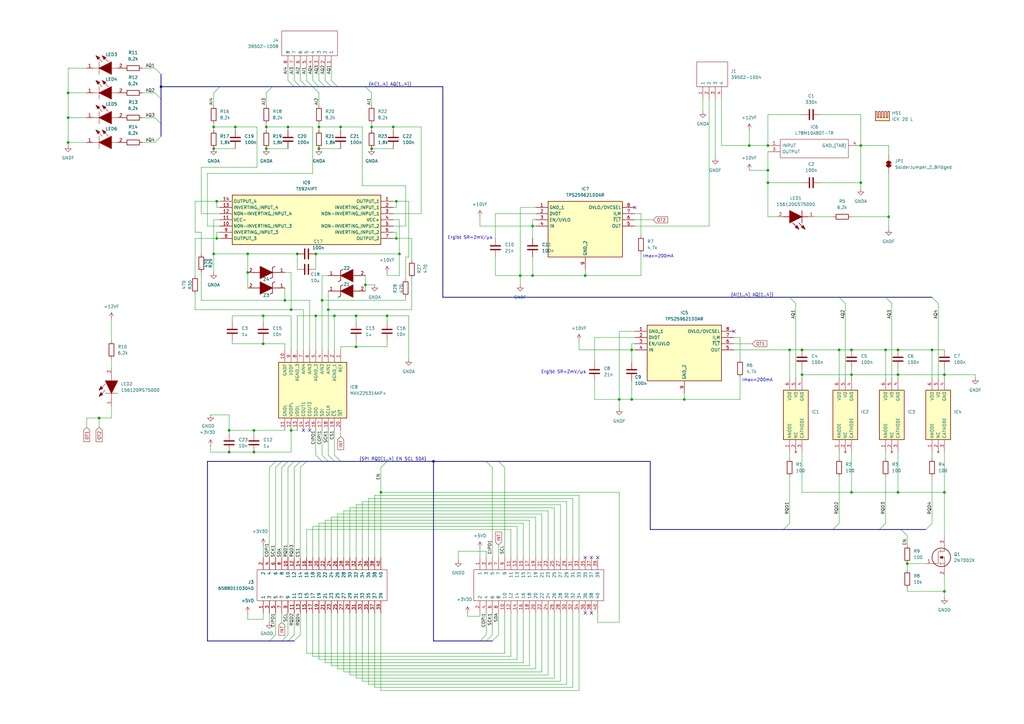
<source format=kicad_sch>
(kicad_sch (version 20250114) (generator "eeschema") (generator_version "9.0")
  (paper "A3")
  (title_block (title "CAN Tram Controller Analogmodul") (date "2025-07-30"))
  (bus_alias "SPI" (members "COPI1" "CIPO1" "SCK1" "CS1"))
  (text "Imax=200mA" (at 270.002 105.156 0) (effects (font (size 1.27 1.27))))
  (text "Ergibt SR=2mV/µs" (at 192.786 97.536 0) (effects (font (size 1.27 1.27))))
  (text "Imax=200mA" (at 310.642 155.956 0) (effects (font (size 1.27 1.27))))
  (text "Ergibt SR=2mV/µs" (at 231.14 152.654 0) (effects (font (size 1.27 1.27))))
  (junction (at 107.95 129.54))
  (junction (at 87.63 104.14))
  (junction (at 104.14 176.53))
  (junction (at 161.29 52.07))
  (junction (at 130.81 60.96))
  (junction (at 162.56 82.55))
  (junction (at 307.34 59.69))
  (junction (at 149.86 116.84))
  (junction (at 87.63 52.07))
  (junction (at 129.54 104.14))
  (junction (at 156.21 201.93))
  (junction (at 116.84 123.19))
  (junction (at 314.96 59.69))
  (junction (at 259.08 163.83))
  (junction (at 387.35 242.57))
  (junction (at 364.49 88.9))
  (junction (at 66.04 35.56))
  (junction (at 368.3 201.93))
  (junction (at 349.25 201.93))
  (junction (at 104.14 185.42))
  (junction (at 134.62 127))
  (junction (at 87.63 60.96))
  (junction (at 372.11 231.14))
  (junction (at 218.44 92.71))
  (junction (at 146.05 129.54))
  (junction (at 259.08 143.51))
  (junction (at 88.9 82.55))
  (junction (at 344.17 143.51))
  (junction (at 323.85 143.51))
  (junction (at 363.22 143.51))
  (junction (at 240.03 113.03))
  (junction (at 40.64 171.45))
  (junction (at 387.35 153.67))
  (junction (at 280.67 163.83))
  (junction (at 88.9 97.79))
  (junction (at 130.81 52.07))
  (junction (at 109.22 60.96))
  (junction (at 158.75 129.54))
  (junction (at 107.95 140.97))
  (junction (at 93.98 185.42))
  (junction (at 328.93 143.51))
  (junction (at 146.05 142.24))
  (junction (at 314.96 69.85))
  (junction (at 353.06 74.93))
  (junction (at 163.83 104.14))
  (junction (at 218.44 113.03))
  (junction (at 27.94 48.26))
  (junction (at 213.36 113.03))
  (junction (at 118.11 52.07))
  (junction (at 152.4 52.07))
  (junction (at 387.35 201.93))
  (junction (at 101.6 111.76))
  (junction (at 353.06 59.69))
  (junction (at 349.25 153.67))
  (junction (at 119.38 176.53))
  (junction (at 152.4 60.96))
  (junction (at 177.8 189.23))
  (junction (at 101.6 104.14))
  (junction (at 93.98 176.53))
  (junction (at 137.16 129.54))
  (junction (at 132.08 123.19))
  (junction (at 162.56 97.79))
  (junction (at 328.93 153.67))
  (junction (at 139.7 52.07))
  (junction (at 254 163.83))
  (junction (at 349.25 143.51))
  (junction (at 129.54 129.54))
  (junction (at 368.3 153.67))
  (junction (at 109.22 52.07))
  (junction (at 368.3 143.51))
  (junction (at 119.38 127))
  (junction (at 27.94 58.42))
  (junction (at 314.96 74.93))
  (junction (at 121.92 104.14))
  (junction (at 382.27 143.51))
  (junction (at 27.94 38.1))
  (junction (at 96.52 52.07))
  (no_connect (at 242.57 251.46))
  (no_connect (at 127 176.53))
  (no_connect (at 260.35 85.09))
  (no_connect (at 245.11 228.6))
  (no_connect (at 124.46 176.53))
  (no_connect (at 300.99 135.89))
  (no_connect (at 240.03 228.6))
  (no_connect (at 242.57 228.6))
  (no_connect (at 240.03 251.46))
  (bus_entry (at 363.22 121.92) (size 2.54 2.54))
  (bus_entry (at 321.31 217.17) (size 2.54 -2.54))
  (bus_entry (at 196.85 262.89) (size 2.54 -2.54))
  (bus_entry (at 341.63 217.17) (size 2.54 -2.54))
  (bus_entry (at 204.47 189.23) (size 2.54 2.54))
  (bus_entry (at 123.19 191.77) (size 2.54 -2.54))
  (bus_entry (at 123.19 260.35) (size -2.54 2.54))
  (bus_entry (at 128.27 33.02) (size 2.54 2.54))
  (bus_entry (at 379.73 217.17) (size 2.54 -2.54))
  (bus_entry (at 326.39 124.46) (size -2.54 -2.54))
  (bus_entry (at 120.65 191.77) (size 2.54 -2.54))
  (bus_entry (at 134.62 189.23) (size -2.54 -2.54))
  (bus_entry (at 120.65 260.35) (size -2.54 2.54))
  (bus_entry (at 199.39 262.89) (size 2.54 -2.54))
  (bus_entry (at 135.89 33.02) (size 2.54 2.54))
  (bus_entry (at 66.04 50.8) (size -2.54 -2.54))
  (bus_entry (at 132.08 189.23) (size -2.54 -2.54))
  (bus_entry (at 133.35 33.02) (size 2.54 2.54))
  (bus_entry (at 369.57 217.17) (size 2.54 2.54))
  (bus_entry (at 115.57 191.77) (size 2.54 -2.54))
  (bus_entry (at 123.19 33.02) (size 2.54 2.54))
  (bus_entry (at 113.03 260.35) (size -2.54 2.54))
  (bus_entry (at 113.03 191.77) (size 2.54 -2.54))
  (bus_entry (at 118.11 33.02) (size 2.54 2.54))
  (bus_entry (at 346.71 124.46) (size -2.54 -2.54))
  (bus_entry (at 110.49 191.77) (size 2.54 -2.54))
  (bus_entry (at 199.39 189.23) (size 2.54 2.54))
  (bus_entry (at 360.68 217.17) (size 2.54 -2.54))
  (bus_entry (at 118.11 260.35) (size -2.54 2.54))
  (bus_entry (at 120.65 33.02) (size 2.54 2.54))
  (bus_entry (at 152.4 38.1) (size -2.54 -2.54))
  (bus_entry (at 87.63 38.1) (size 2.54 -2.54))
  (bus_entry (at 201.93 262.89) (size 2.54 -2.54))
  (bus_entry (at 382.27 121.92) (size 2.54 2.54))
  (bus_entry (at 130.81 38.1) (size -2.54 -2.54))
  (bus_entry (at 66.04 40.64) (size -2.54 -2.54))
  (bus_entry (at 137.16 189.23) (size -2.54 -2.54))
  (bus_entry (at 156.21 191.77) (size 2.54 -2.54))
  (bus_entry (at 109.22 38.1) (size 2.54 -2.54))
  (bus_entry (at 118.11 191.77) (size 2.54 -2.54))
  (bus_entry (at 139.7 189.23) (size -2.54 -2.54))
  (bus_entry (at 66.04 55.88) (size -2.54 2.54))
  (bus_entry (at 125.73 33.02) (size 2.54 2.54))
  (bus_entry (at 66.04 30.48) (size -2.54 -2.54))
  (bus_entry (at 130.81 33.02) (size 2.54 2.54))
  (wire (pts (xy 363.22 143.51) (xy 363.22 154.94)))
  (wire (pts (xy 101.6 104.14) (xy 101.6 111.76)))
  (wire (pts (xy 87.63 104.14) (xy 87.63 90.17)))
  (wire (pts (xy 121.92 129.54) (xy 129.54 129.54)))
  (wire (pts (xy 156.21 201.93) (xy 254 201.93)))
  (wire (pts (xy 349.25 143.51) (xy 363.22 143.51)))
  (wire (pts (xy 134.62 143.51) (xy 134.62 127)))
  (wire (pts (xy 151.13 204.47) (xy 234.95 204.47)))
  (wire (pts (xy 133.35 213.36) (xy 217.17 213.36)))
  (wire (pts (xy 27.94 58.42) (xy 35.56 58.42)))
  (wire (pts (xy 107.95 129.54) (xy 95.25 129.54)))
  (wire (pts (xy 153.67 228.6) (xy 153.67 203.2)))
  (wire (pts (xy 212.09 215.9) (xy 212.09 228.6)))
  (bus (pts (xy 323.85 121.92) (xy 344.17 121.92)))
  (wire (pts (xy 387.35 242.57) (xy 387.35 245.11)))
  (wire (pts (xy 213.36 85.09) (xy 213.36 113.03)))
  (wire (pts (xy 80.01 127) (xy 119.38 127)))
  (bus (pts (xy 149.86 35.56) (xy 181.61 35.56)))
  (wire (pts (xy 95.25 129.54) (xy 95.25 132.08)))
  (wire (pts (xy 109.22 38.1) (xy 109.22 43.18)))
  (wire (pts (xy 125.73 267.97) (xy 207.01 267.97)))
  (wire (pts (xy 166.37 76.2) (xy 166.37 92.71)))
  (wire (pts (xy 191.77 252.73) (xy 196.85 252.73)))
  (wire (pts (xy 139.7 52.07) (xy 130.81 52.07)))
  (wire (pts (xy 209.55 251.46) (xy 209.55 269.24)))
  (wire (pts (xy 146.05 207.01) (xy 229.87 207.01)))
  (wire (pts (xy 336.55 74.93) (xy 353.06 74.93)))
  (wire (pts (xy 219.71 212.09) (xy 219.71 228.6)))
  (wire (pts (xy 87.63 60.96) (xy 96.52 60.96)))
  (wire (pts (xy 148.59 279.4) (xy 229.87 279.4)))
  (wire (pts (xy 128.27 52.07) (xy 128.27 71.12)))
  (wire (pts (xy 104.14 176.53) (xy 104.14 177.8)))
  (wire (pts (xy 80.01 97.79) (xy 80.01 113.03)))
  (wire (pts (xy 118.11 27.94) (xy 118.11 33.02)))
  (bus (pts (xy 134.62 189.23) (xy 137.16 189.23)))
  (wire (pts (xy 119.38 129.54) (xy 107.95 129.54)))
  (wire (pts (xy 323.85 185.42) (xy 323.85 187.96)))
  (bus (pts (xy 123.19 35.56) (xy 125.73 35.56)))
  (wire (pts (xy 260.35 90.17) (xy 267.97 90.17)))
  (wire (pts (xy 243.84 163.83) (xy 254 163.83)))
  (wire (pts (xy 88.9 85.09) (xy 90.17 85.09)))
  (wire (pts (xy 213.36 85.09) (xy 219.71 85.09)))
  (wire (pts (xy 172.72 52.07) (xy 172.72 87.63)))
  (wire (pts (xy 120.65 27.94) (xy 120.65 33.02)))
  (bus (pts (xy 181.61 121.92) (xy 323.85 121.92)))
  (wire (pts (xy 323.85 195.58) (xy 323.85 214.63)))
  (wire (pts (xy 387.35 201.93) (xy 387.35 220.98)))
  (bus (pts (xy 344.17 121.92) (xy 363.22 121.92)))
  (wire (pts (xy 384.81 124.46) (xy 384.81 154.94)))
  (wire (pts (xy 323.85 143.51) (xy 328.93 143.51)))
  (wire (pts (xy 140.97 251.46) (xy 140.97 275.59)))
  (wire (pts (xy 349.25 88.9) (xy 364.49 88.9)))
  (wire (pts (xy 162.56 82.55) (xy 162.56 85.09)))
  (wire (pts (xy 146.05 139.7) (xy 146.05 142.24)))
  (wire (pts (xy 118.11 260.35) (xy 118.11 251.46)))
  (wire (pts (xy 45.72 147.32) (xy 45.72 151.13)))
  (bus (pts (xy 266.7 217.17) (xy 321.31 217.17)))
  (wire (pts (xy 118.11 52.07) (xy 109.22 52.07)))
  (wire (pts (xy 349.25 153.67) (xy 349.25 151.13)))
  (wire (pts (xy 237.49 143.51) (xy 259.08 143.51)))
  (wire (pts (xy 344.17 143.51) (xy 344.17 154.94)))
  (wire (pts (xy 87.63 104.14) (xy 101.6 104.14)))
  (wire (pts (xy 146.05 129.54) (xy 158.75 129.54)))
  (wire (pts (xy 254 163.83) (xy 259.08 163.83)))
  (bus (pts (xy 123.19 189.23) (xy 125.73 189.23)))
  (wire (pts (xy 218.44 90.17) (xy 218.44 92.71)))
  (bus (pts (xy 85.09 189.23) (xy 113.03 189.23)))
  (wire (pts (xy 156.21 251.46) (xy 156.21 283.21)))
  (wire (pts (xy 172.72 52.07) (xy 161.29 52.07)))
  (bus (pts (xy 110.49 262.89) (xy 85.09 262.89)))
  (wire (pts (xy 139.7 53.34) (xy 139.7 52.07)))
  (wire (pts (xy 80.01 120.65) (xy 80.01 127)))
  (wire (pts (xy 219.71 90.17) (xy 218.44 90.17)))
  (bus (pts (xy 204.47 189.23) (xy 266.7 189.23)))
  (wire (pts (xy 262.89 87.63) (xy 260.35 87.63)))
  (wire (pts (xy 259.08 143.51) (xy 260.35 143.51)))
  (wire (pts (xy 107.95 223.52) (xy 107.95 228.6)))
  (wire (pts (xy 121.92 104.14) (xy 101.6 104.14)))
  (wire (pts (xy 314.96 62.23) (xy 314.96 69.85)))
  (wire (pts (xy 259.08 143.51) (xy 259.08 148.59)))
  (wire (pts (xy 151.13 228.6) (xy 151.13 204.47)))
  (wire (pts (xy 158.75 142.24) (xy 158.75 139.7)))
  (wire (pts (xy 132.08 176.53) (xy 132.08 186.69)))
  (wire (pts (xy 93.98 170.18) (xy 93.98 176.53)))
  (wire (pts (xy 109.22 50.8) (xy 109.22 52.07)))
  (wire (pts (xy 130.81 60.96) (xy 139.7 60.96)))
  (wire (pts (xy 137.16 143.51) (xy 137.16 129.54)))
  (wire (pts (xy 334.01 88.9) (xy 341.63 88.9)))
  (wire (pts (xy 262.89 87.63) (xy 262.89 96.52)))
  (wire (pts (xy 87.63 38.1) (xy 87.63 43.18)))
  (wire (pts (xy 152.4 60.96) (xy 161.29 60.96)))
  (wire (pts (xy 143.51 276.86) (xy 224.79 276.86)))
  (wire (pts (xy 328.93 201.93) (xy 349.25 201.93)))
  (wire (pts (xy 254 135.89) (xy 254 163.83)))
  (wire (pts (xy 224.79 276.86) (xy 224.79 251.46)))
  (bus (pts (xy 66.04 35.56) (xy 90.17 35.56)))
  (wire (pts (xy 116.84 111.76) (xy 119.38 111.76)))
  (wire (pts (xy 93.98 177.8) (xy 93.98 176.53)))
  (wire (pts (xy 133.35 27.94) (xy 133.35 33.02)))
  (wire (pts (xy 368.3 185.42) (xy 368.3 201.93)))
  (wire (pts (xy 125.73 228.6) (xy 125.73 217.17)))
  (wire (pts (xy 146.05 129.54) (xy 146.05 132.08)))
  (bus (pts (xy 110.49 262.89) (xy 115.57 262.89)))
  (wire (pts (xy 58.42 48.26) (xy 63.5 48.26)))
  (wire (pts (xy 293.37 40.64) (xy 293.37 64.77)))
  (wire (pts (xy 58.42 38.1) (xy 63.5 38.1)))
  (wire (pts (xy 134.62 113.03) (xy 132.08 113.03)))
  (wire (pts (xy 116.84 123.19) (xy 82.55 123.19)))
  (wire (pts (xy 232.41 280.67) (xy 232.41 251.46)))
  (wire (pts (xy 80.01 97.79) (xy 88.9 97.79)))
  (wire (pts (xy 82.55 68.58) (xy 82.55 87.63)))
  (wire (pts (xy 110.49 191.77) (xy 110.49 228.6)))
  (wire (pts (xy 212.09 251.46) (xy 212.09 270.51)))
  (wire (pts (xy 303.53 138.43) (xy 303.53 147.32)))
  (wire (pts (xy 368.3 143.51) (xy 363.22 143.51)))
  (wire (pts (xy 129.54 104.14) (xy 129.54 110.49)))
  (wire (pts (xy 130.81 214.63) (xy 214.63 214.63)))
  (wire (pts (xy 295.91 40.64) (xy 295.91 59.69)))
  (wire (pts (xy 151.13 280.67) (xy 232.41 280.67)))
  (bus (pts (xy 199.39 189.23) (xy 204.47 189.23)))
  (wire (pts (xy 187.96 229.87) (xy 187.96 226.06)))
  (wire (pts (xy 149.86 116.84) (xy 153.67 116.84)))
  (wire (pts (xy 133.35 251.46) (xy 133.35 271.78)))
  (wire (pts (xy 218.44 113.03) (xy 240.03 113.03)))
  (wire (pts (xy 300.99 143.51) (xy 323.85 143.51)))
  (wire (pts (xy 400.05 153.67) (xy 400.05 154.94)))
  (wire (pts (xy 149.86 116.84) (xy 149.86 119.38)))
  (wire (pts (xy 187.96 226.06) (xy 199.39 226.06)))
  (wire (pts (xy 119.38 185.42) (xy 119.38 176.53)))
  (wire (pts (xy 132.08 143.51) (xy 132.08 123.19)))
  (wire (pts (xy 254 255.27) (xy 245.11 255.27)))
  (wire (pts (xy 146.05 251.46) (xy 146.05 278.13)))
  (wire (pts (xy 364.49 88.9) (xy 364.49 93.98)))
  (wire (pts (xy 349.25 153.67) (xy 368.3 153.67)))
  (wire (pts (xy 207.01 267.97) (xy 207.01 251.46)))
  (wire (pts (xy 85.09 71.12) (xy 85.09 92.71)))
  (wire (pts (xy 128.27 27.94) (xy 128.27 33.02)))
  (wire (pts (xy 387.35 236.22) (xy 387.35 242.57)))
  (wire (pts (xy 151.13 251.46) (xy 151.13 280.67)))
  (wire (pts (xy 58.42 27.94) (xy 63.5 27.94)))
  (wire (pts (xy 336.55 46.99) (xy 353.06 46.99)))
  (wire (pts (xy 199.39 226.06) (xy 199.39 228.6)))
  (bus (pts (xy 125.73 35.56) (xy 128.27 35.56)))
  (wire (pts (xy 365.76 124.46) (xy 365.76 154.94)))
  (wire (pts (xy 307.34 53.34) (xy 307.34 59.69)))
  (wire (pts (xy 328.93 46.99) (xy 314.96 46.99)))
  (bus (pts (xy 177.8 262.89) (xy 196.85 262.89)))
  (wire (pts (xy 134.62 119.38) (xy 134.62 127)))
  (wire (pts (xy 123.19 251.46) (xy 123.19 260.35)))
  (wire (pts (xy 344.17 195.58) (xy 344.17 214.63)))
  (wire (pts (xy 254 201.93) (xy 254 255.27)))
  (wire (pts (xy 105.41 68.58) (xy 82.55 68.58)))
  (wire (pts (xy 240.03 113.03) (xy 240.03 110.49)))
  (wire (pts (xy 140.97 228.6) (xy 140.97 209.55)))
  (wire (pts (xy 387.35 154.94) (xy 387.35 153.67)))
  (wire (pts (xy 80.01 95.25) (xy 82.55 95.25)))
  (wire (pts (xy 120.65 191.77) (xy 120.65 228.6)))
  (wire (pts (xy 130.81 251.46) (xy 130.81 270.51)))
  (wire (pts (xy 162.56 95.25) (xy 162.56 97.79)))
  (wire (pts (xy 93.98 185.42) (xy 104.14 185.42)))
  (wire (pts (xy 163.83 90.17) (xy 161.29 90.17)))
  (wire (pts (xy 349.25 154.94) (xy 349.25 153.67)))
  (wire (pts (xy 204.47 260.35) (xy 204.47 251.46)))
  (bus (pts (xy 118.11 262.89) (xy 120.65 262.89)))
  (wire (pts (xy 121.92 143.51) (xy 121.92 129.54)))
  (wire (pts (xy 129.54 143.51) (xy 129.54 129.54)))
  (wire (pts (xy 85.09 92.71) (xy 90.17 92.71)))
  (bus (pts (xy 120.65 35.56) (xy 123.19 35.56)))
  (wire (pts (xy 27.94 58.42) (xy 27.94 59.69)))
  (wire (pts (xy 167.64 82.55) (xy 162.56 82.55)))
  (wire (pts (xy 153.67 251.46) (xy 153.67 281.94)))
  (bus (pts (xy 113.03 189.23) (xy 115.57 189.23)))
  (bus (pts (xy 128.27 35.56) (xy 130.81 35.56)))
  (wire (pts (xy 107.95 254) (xy 101.6 254)))
  (wire (pts (xy 45.72 139.7) (xy 45.72 130.81)))
  (wire (pts (xy 152.4 38.1) (xy 152.4 43.18)))
  (wire (pts (xy 124.46 143.51) (xy 124.46 127)))
  (wire (pts (xy 368.3 201.93) (xy 387.35 201.93)))
  (bus (pts (xy 118.11 189.23) (xy 120.65 189.23)))
  (wire (pts (xy 133.35 228.6) (xy 133.35 213.36)))
  (wire (pts (xy 140.97 275.59) (xy 222.25 275.59)))
  (wire (pts (xy 119.38 111.76) (xy 119.38 127)))
  (wire (pts (xy 130.81 50.8) (xy 130.81 52.07)))
  (wire (pts (xy 137.16 176.53) (xy 137.16 186.69)))
  (wire (pts (xy 121.92 104.14) (xy 121.92 110.49)))
  (wire (pts (xy 119.38 143.51) (xy 119.38 129.54)))
  (wire (pts (xy 353.06 74.93) (xy 353.06 59.69)))
  (wire (pts (xy 88.9 97.79) (xy 90.17 97.79)))
  (bus (pts (xy 66.04 40.64) (xy 66.04 50.8)))
  (wire (pts (xy 125.73 27.94) (xy 125.73 33.02)))
  (wire (pts (xy 372.11 231.14) (xy 372.11 233.68)))
  (bus (pts (xy 137.16 189.23) (xy 139.7 189.23)))
  (wire (pts (xy 218.44 92.71) (xy 219.71 92.71)))
  (wire (pts (xy 232.41 205.74) (xy 232.41 228.6)))
  (wire (pts (xy 138.43 274.32) (xy 219.71 274.32)))
  (wire (pts (xy 201.93 191.77) (xy 201.93 228.6)))
  (wire (pts (xy 382.27 185.42) (xy 382.27 187.96)))
  (wire (pts (xy 227.33 278.13) (xy 227.33 251.46)))
  (wire (pts (xy 139.7 176.53) (xy 139.7 179.07)))
  (wire (pts (xy 139.7 142.24) (xy 146.05 142.24)))
  (wire (pts (xy 213.36 113.03) (xy 218.44 113.03)))
  (wire (pts (xy 107.95 139.7) (xy 107.95 140.97)))
  (wire (pts (xy 166.37 114.3) (xy 166.37 105.41)))
  (wire (pts (xy 116.84 123.19) (xy 127 123.19)))
  (wire (pts (xy 93.98 176.53) (xy 104.14 176.53)))
  (wire (pts (xy 196.85 252.73) (xy 196.85 251.46)))
  (wire (pts (xy 222.25 210.82) (xy 222.25 228.6)))
  (bus (pts (xy 66.04 50.8) (xy 66.04 55.88)))
  (bus (pts (xy 199.39 262.89) (xy 201.93 262.89)))
  (wire (pts (xy 128.27 71.12) (xy 85.09 71.12)))
  (bus (pts (xy 125.73 189.23) (xy 132.08 189.23)))
  (wire (pts (xy 196.85 92.71) (xy 218.44 92.71)))
  (wire (pts (xy 227.33 208.28) (xy 227.33 228.6)))
  (bus (pts (xy 133.35 35.56) (xy 135.89 35.56)))
  (wire (pts (xy 167.64 129.54) (xy 167.64 147.32)))
  (wire (pts (xy 382.27 143.51) (xy 382.27 154.94)))
  (bus (pts (xy 177.8 189.23) (xy 177.8 262.89)))
  (wire (pts (xy 349.25 201.93) (xy 368.3 201.93)))
  (wire (pts (xy 328.93 153.67) (xy 349.25 153.67)))
  (wire (pts (xy 162.56 95.25) (xy 161.29 95.25)))
  (bus (pts (xy 135.89 35.56) (xy 138.43 35.56)))
  (wire (pts (xy 364.49 71.12) (xy 364.49 88.9)))
  (bus (pts (xy 363.22 121.92) (xy 382.27 121.92)))
  (wire (pts (xy 168.91 114.3) (xy 168.91 127)))
  (wire (pts (xy 346.71 124.46) (xy 346.71 154.94)))
  (wire (pts (xy 27.94 48.26) (xy 27.94 58.42)))
  (bus (pts (xy 111.76 35.56) (xy 120.65 35.56)))
  (wire (pts (xy 133.35 271.78) (xy 214.63 271.78)))
  (wire (pts (xy 328.93 185.42) (xy 328.93 201.93)))
  (wire (pts (xy 260.35 138.43) (xy 243.84 138.43)))
  (wire (pts (xy 128.27 215.9) (xy 212.09 215.9)))
  (wire (pts (xy 116.84 176.53) (xy 104.14 176.53)))
  (wire (pts (xy 387.35 153.67) (xy 387.35 151.13)))
  (bus (pts (xy 266.7 189.23) (xy 266.7 217.17)))
  (wire (pts (xy 368.3 143.51) (xy 382.27 143.51)))
  (wire (pts (xy 368.3 153.67) (xy 387.35 153.67)))
  (wire (pts (xy 204.47 223.52) (xy 204.47 228.6)))
  (wire (pts (xy 163.83 113.03) (xy 163.83 104.14)))
  (wire (pts (xy 101.6 251.46) (xy 101.6 254)))
  (wire (pts (xy 135.89 273.05) (xy 217.17 273.05)))
  (wire (pts (xy 295.91 59.69) (xy 307.34 59.69)))
  (wire (pts (xy 166.37 105.41) (xy 167.64 105.41)))
  (wire (pts (xy 110.49 251.46) (xy 110.49 255.27)))
  (wire (pts (xy 128.27 52.07) (xy 118.11 52.07)))
  (wire (pts (xy 372.11 219.71) (xy 372.11 223.52)))
  (wire (pts (xy 323.85 143.51) (xy 323.85 154.94)))
  (wire (pts (xy 129.54 129.54) (xy 137.16 129.54)))
  (wire (pts (xy 314.96 88.9) (xy 314.96 74.93)))
  (wire (pts (xy 218.44 92.71) (xy 218.44 97.79)))
  (wire (pts (xy 219.71 251.46) (xy 219.71 274.32)))
  (wire (pts (xy 259.08 156.21) (xy 259.08 163.83)))
  (wire (pts (xy 203.2 113.03) (xy 213.36 113.03)))
  (wire (pts (xy 105.41 52.07) (xy 105.41 68.58)))
  (wire (pts (xy 229.87 279.4) (xy 229.87 251.46)))
  (bus (pts (xy 132.08 189.23) (xy 134.62 189.23)))
  (wire (pts (xy 87.63 50.8) (xy 87.63 52.07)))
  (wire (pts (xy 148.59 76.2) (xy 166.37 76.2)))
  (wire (pts (xy 353.06 59.69) (xy 364.49 59.69)))
  (wire (pts (xy 107.95 129.54) (xy 107.95 132.08)))
  (bus (pts (xy 181.61 35.56) (xy 181.61 121.92)))
  (wire (pts (xy 82.55 95.25) (xy 82.55 104.14)))
  (wire (pts (xy 224.79 209.55) (xy 224.79 228.6)))
  (wire (pts (xy 148.59 52.07) (xy 148.59 76.2)))
  (wire (pts (xy 132.08 123.19) (xy 166.37 123.19)))
  (wire (pts (xy 82.55 111.76) (xy 82.55 123.19)))
  (wire (pts (xy 222.25 275.59) (xy 222.25 251.46)))
  (wire (pts (xy 27.94 38.1) (xy 27.94 48.26)))
  (wire (pts (xy 214.63 271.78) (xy 214.63 251.46)))
  (wire (pts (xy 128.27 269.24) (xy 209.55 269.24)))
  (bus (pts (xy 120.65 189.23) (xy 123.19 189.23)))
  (wire (pts (xy 88.9 82.55) (xy 80.01 82.55)))
  (bus (pts (xy 115.57 189.23) (xy 118.11 189.23)))
  (wire (pts (xy 125.73 251.46) (xy 125.73 267.97)))
  (wire (pts (xy 262.89 104.14) (xy 262.89 113.03)))
  (bus (pts (xy 369.57 217.17) (xy 379.73 217.17)))
  (wire (pts (xy 128.27 228.6) (xy 128.27 215.9)))
  (wire (pts (xy 214.63 214.63) (xy 214.63 228.6)))
  (wire (pts (xy 353.06 74.93) (xy 353.06 77.47)))
  (wire (pts (xy 166.37 121.92) (xy 166.37 123.19)))
  (wire (pts (xy 234.95 204.47) (xy 234.95 228.6)))
  (wire (pts (xy 95.25 140.97) (xy 107.95 140.97)))
  (wire (pts (xy 86.36 170.18) (xy 93.98 170.18)))
  (bus (pts (xy 321.31 217.17) (xy 341.63 217.17)))
  (wire (pts (xy 260.35 92.71) (xy 290.83 92.71)))
  (bus (pts (xy 138.43 35.56) (xy 149.86 35.56)))
  (wire (pts (xy 196.85 88.9) (xy 196.85 92.71)))
  (wire (pts (xy 262.89 113.03) (xy 240.03 113.03)))
  (wire (pts (xy 168.91 97.79) (xy 168.91 106.68)))
  (wire (pts (xy 130.81 38.1) (xy 130.81 43.18)))
  (wire (pts (xy 140.97 209.55) (xy 224.79 209.55)))
  (wire (pts (xy 146.05 278.13) (xy 227.33 278.13)))
  (wire (pts (xy 290.83 92.71) (xy 290.83 40.64)))
  (wire (pts (xy 158.75 113.03) (xy 163.83 113.03)))
  (wire (pts (xy 125.73 217.17) (xy 209.55 217.17)))
  (wire (pts (xy 314.96 46.99) (xy 314.96 59.69)))
  (wire (pts (xy 303.53 138.43) (xy 300.99 138.43)))
  (wire (pts (xy 207.01 191.77) (xy 207.01 228.6)))
  (wire (pts (xy 303.53 154.94) (xy 303.53 163.83)))
  (wire (pts (xy 116.84 140.97) (xy 116.84 143.51)))
  (wire (pts (xy 105.41 52.07) (xy 96.52 52.07)))
  (wire (pts (xy 135.89 27.94) (xy 135.89 33.02)))
  (wire (pts (xy 135.89 251.46) (xy 135.89 273.05)))
  (wire (pts (xy 113.03 251.46) (xy 113.03 260.35)))
  (wire (pts (xy 104.14 185.42) (xy 119.38 185.42)))
  (wire (pts (xy 259.08 163.83) (xy 280.67 163.83)))
  (wire (pts (xy 161.29 53.34) (xy 161.29 52.07)))
  (bus (pts (xy 177.8 189.23) (xy 199.39 189.23)))
  (wire (pts (xy 368.3 154.94) (xy 368.3 153.67)))
  (wire (pts (xy 129.54 104.14) (xy 163.83 104.14)))
  (wire (pts (xy 328.93 154.94) (xy 328.93 153.67)))
  (wire (pts (xy 166.37 92.71) (xy 161.29 92.71)))
  (wire (pts (xy 156.21 283.21) (xy 237.49 283.21)))
  (wire (pts (xy 303.53 163.83) (xy 280.67 163.83)))
  (wire (pts (xy 135.89 212.09) (xy 219.71 212.09)))
  (wire (pts (xy 229.87 207.01) (xy 229.87 228.6)))
  (wire (pts (xy 87.63 104.14) (xy 87.63 111.76)))
  (bus (pts (xy 66.04 35.56) (xy 66.04 40.64)))
  (wire (pts (xy 158.75 129.54) (xy 158.75 132.08)))
  (wire (pts (xy 107.95 251.46) (xy 107.95 254)))
  (wire (pts (xy 387.35 153.67) (xy 400.05 153.67)))
  (wire (pts (xy 123.19 27.94) (xy 123.19 33.02)))
  (wire (pts (xy 40.64 171.45) (xy 40.64 175.26)))
  (wire (pts (xy 152.4 52.07) (xy 152.4 53.34)))
  (wire (pts (xy 143.51 251.46) (xy 143.51 276.86)))
  (wire (pts (xy 27.94 38.1) (xy 35.56 38.1)))
  (wire (pts (xy 58.42 58.42) (xy 63.5 58.42)))
  (wire (pts (xy 148.59 52.07) (xy 139.7 52.07)))
  (wire (pts (xy 86.36 185.42) (xy 93.98 185.42)))
  (wire (pts (xy 199.39 251.46) (xy 199.39 260.35)))
  (wire (pts (xy 146.05 228.6) (xy 146.05 207.01)))
  (wire (pts (xy 156.21 228.6) (xy 156.21 201.93)))
  (wire (pts (xy 148.59 205.74) (xy 232.41 205.74)))
  (wire (pts (xy 364.49 59.69) (xy 364.49 63.5)))
  (wire (pts (xy 88.9 82.55) (xy 90.17 82.55)))
  (wire (pts (xy 158.75 111.76) (xy 158.75 113.03)))
  (wire (pts (xy 88.9 82.55) (xy 88.9 85.09)))
  (wire (pts (xy 82.55 87.63) (xy 90.17 87.63)))
  (wire (pts (xy 138.43 228.6) (xy 138.43 210.82)))
  (wire (pts (xy 139.7 143.51) (xy 139.7 142.24)))
  (wire (pts (xy 88.9 95.25) (xy 88.9 97.79)))
  (wire (pts (xy 129.54 176.53) (xy 129.54 186.69)))
  (wire (pts (xy 107.95 140.97) (xy 116.84 140.97)))
  (wire (pts (xy 363.22 195.58) (xy 363.22 214.63)))
  (bus (pts (xy 341.63 217.17) (xy 360.68 217.17)))
  (wire (pts (xy 153.67 281.94) (xy 234.95 281.94)))
  (wire (pts (xy 87.63 52.07) (xy 87.63 53.34)))
  (wire (pts (xy 95.25 139.7) (xy 95.25 140.97)))
  (wire (pts (xy 138.43 251.46) (xy 138.43 274.32)))
  (wire (pts (xy 372.11 231.14) (xy 379.73 231.14)))
  (wire (pts (xy 243.84 138.43) (xy 243.84 148.59)))
  (bus (pts (xy 66.04 30.48) (xy 66.04 35.56)))
  (bus (pts (xy 90.17 35.56) (xy 111.76 35.56)))
  (wire (pts (xy 196.85 224.79) (xy 196.85 228.6)))
  (wire (pts (xy 143.51 228.6) (xy 143.51 208.28)))
  (wire (pts (xy 137.16 129.54) (xy 146.05 129.54)))
  (wire (pts (xy 191.77 251.46) (xy 191.77 252.73)))
  (wire (pts (xy 113.03 191.77) (xy 113.03 228.6)))
  (wire (pts (xy 134.62 176.53) (xy 134.62 186.69)))
  (wire (pts (xy 35.56 27.94) (xy 27.94 27.94)))
  (wire (pts (xy 148.59 251.46) (xy 148.59 279.4)))
  (wire (pts (xy 280.67 163.83) (xy 280.67 161.29)))
  (wire (pts (xy 203.2 87.63) (xy 203.2 97.79)))
  (wire (pts (xy 288.29 40.64) (xy 288.29 45.72)))
  (wire (pts (xy 130.81 228.6) (xy 130.81 214.63)))
  (bus (pts (xy 196.85 262.89) (xy 199.39 262.89)))
  (wire (pts (xy 86.36 182.88) (xy 86.36 185.42)))
  (bus (pts (xy 85.09 262.89) (xy 85.09 189.23)))
  (wire (pts (xy 254 163.83) (xy 254 167.64)))
  (wire (pts (xy 80.01 82.55) (xy 80.01 95.25)))
  (wire (pts (xy 101.6 118.11) (xy 101.6 111.76)))
  (wire (pts (xy 243.84 156.21) (xy 243.84 163.83)))
  (wire (pts (xy 234.95 281.94) (xy 234.95 251.46)))
  (wire (pts (xy 237.49 139.7) (xy 237.49 143.51)))
  (wire (pts (xy 109.22 52.07) (xy 109.22 53.34)))
  (wire (pts (xy 162.56 82.55) (xy 161.29 82.55)))
  (wire (pts (xy 148.59 228.6) (xy 148.59 205.74)))
  (wire (pts (xy 135.89 228.6) (xy 135.89 212.09)))
  (wire (pts (xy 372.11 242.57) (xy 372.11 241.3)))
  (wire (pts (xy 209.55 217.17) (xy 209.55 228.6)))
  (wire (pts (xy 45.72 166.37) (xy 45.72 171.45)))
  (wire (pts (xy 109.22 60.96) (xy 118.11 60.96)))
  (wire (pts (xy 387.35 185.42) (xy 387.35 201.93)))
  (wire (pts (xy 45.72 171.45) (xy 40.64 171.45)))
  (wire (pts (xy 387.35 143.51) (xy 382.27 143.51)))
  (bus (pts (xy 115.57 262.89) (xy 118.11 262.89)))
  (wire (pts (xy 237.49 203.2) (xy 237.49 228.6)))
  (wire (pts (xy 149.86 113.03) (xy 149.86 116.84)))
  (wire (pts (xy 161.29 52.07) (xy 152.4 52.07)))
  (wire (pts (xy 127 123.19) (xy 127 143.51)))
  (wire (pts (xy 146.05 142.24) (xy 158.75 142.24)))
  (wire (pts (xy 344.17 185.42) (xy 344.17 187.96)))
  (wire (pts (xy 349.25 143.51) (xy 344.17 143.51)))
  (wire (pts (xy 120.65 251.46) (xy 120.65 260.35)))
  (wire (pts (xy 307.34 69.85) (xy 314.96 69.85)))
  (wire (pts (xy 368.3 153.67) (xy 368.3 151.13)))
  (wire (pts (xy 134.62 127) (xy 168.91 127)))
  (wire (pts (xy 260.35 140.97) (xy 259.08 140.97)))
  (wire (pts (xy 201.93 251.46) (xy 201.93 260.35)))
  (wire (pts (xy 328.93 143.51) (xy 344.17 143.51)))
  (wire (pts (xy 138.43 210.82) (xy 222.25 210.82)))
  (wire (pts (xy 349.25 185.42) (xy 349.25 201.93)))
  (wire (pts (xy 118.11 53.34) (xy 118.11 52.07)))
  (wire (pts (xy 237.49 283.21) (xy 237.49 251.46)))
  (wire (pts (xy 372.11 242.57) (xy 387.35 242.57)))
  (wire (pts (xy 382.27 195.58) (xy 382.27 214.63)))
  (wire (pts (xy 158.75 129.54) (xy 167.64 129.54)))
  (wire (pts (xy 119.38 127) (xy 124.46 127)))
  (wire (pts (xy 219.71 87.63) (xy 203.2 87.63)))
  (wire (pts (xy 35.56 171.45) (xy 35.56 175.26)))
  (wire (pts (xy 314.96 69.85) (xy 314.96 74.93)))
  (wire (pts (xy 152.4 50.8) (xy 152.4 52.07)))
  (wire (pts (xy 245.11 255.27) (xy 245.11 251.46)))
  (wire (pts (xy 300.99 140.97) (xy 308.61 140.97)))
  (wire (pts (xy 130.81 270.51) (xy 212.09 270.51)))
  (wire (pts (xy 130.81 27.94) (xy 130.81 33.02)))
  (wire (pts (xy 203.2 105.41) (xy 203.2 113.03)))
  (wire (pts (xy 96.52 52.07) (xy 87.63 52.07)))
  (wire (pts (xy 307.34 59.69) (xy 314.96 59.69)))
  (wire (pts (xy 328.93 153.67) (xy 328.93 151.13)))
  (bus (pts (xy 139.7 189.23) (xy 158.75 189.23)))
  (wire (pts (xy 162.56 97.79) (xy 161.29 97.79)))
  (wire (pts (xy 162.56 97.79) (xy 168.91 97.79)))
  (wire (pts (xy 259.08 140.97) (xy 259.08 143.51)))
  (wire (pts (xy 153.67 203.2) (xy 237.49 203.2)))
  (wire (pts (xy 132.08 113.03) (xy 132.08 123.19)))
  (wire (pts (xy 167.64 105.41) (xy 167.64 82.55)))
  (wire (pts (xy 96.52 53.34) (xy 96.52 52.07)))
  (bus (pts (xy 130.81 35.56) (xy 133.35 35.56)))
  (wire (pts (xy 363.22 185.42) (xy 363.22 187.96)))
  (wire (pts (xy 115.57 191.77) (xy 115.57 228.6)))
  (wire (pts (xy 353.06 46.99) (xy 353.06 59.69)))
  (wire (pts (xy 326.39 124.46) (xy 326.39 154.94)))
  (wire (pts (xy 116.84 118.11) (xy 116.84 123.19)))
  (wire (pts (xy 123.19 191.77) (xy 123.19 228.6)))
  (wire (pts (xy 318.77 88.9) (xy 314.96 88.9)))
  (wire (pts (xy 172.72 87.63) (xy 161.29 87.63)))
  (wire (pts (xy 128.27 251.46) (xy 128.27 269.24)))
  (wire (pts (xy 87.63 90.17) (xy 90.17 90.17)))
  (wire (pts (xy 40.64 171.45) (xy 35.56 171.45)))
  (wire (pts (xy 27.94 27.94) (xy 27.94 38.1)))
  (wire (pts (xy 118.11 191.77) (xy 118.11 228.6)))
  (wire (pts (xy 213.36 113.03) (xy 213.36 116.84)))
  (wire (pts (xy 314.96 74.93) (xy 328.93 74.93)))
  (wire (pts (xy 143.51 208.28) (xy 227.33 208.28)))
  (wire (pts (xy 115.57 251.46) (xy 115.57 255.27)))
  (bus (pts (xy 158.75 189.23) (xy 177.8 189.23)))
  (wire (pts (xy 163.83 104.14) (xy 163.83 90.17)))
  (wire (pts (xy 156.21 191.77) (xy 156.21 201.93)))
  (wire (pts (xy 130.81 52.07) (xy 130.81 53.34)))
  (bus (pts (xy 360.68 217.17) (xy 369.57 217.17)))
  (wire (pts (xy 88.9 95.25) (xy 90.17 95.25)))
  (wire (pts (xy 254 135.89) (xy 260.35 135.89)))
  (wire (pts (xy 162.56 85.09) (xy 161.29 85.09)))
  (wire (pts (xy 27.94 48.26) (xy 35.56 48.26)))
  (wire (pts (xy 119.38 176.53) (xy 121.92 176.53)))
  (wire (pts (xy 218.44 105.41) (xy 218.44 113.03)))
  (wire (pts (xy 217.17 213.36) (xy 217.17 228.6)))
  (wire (pts (xy 217.17 251.46) (xy 217.17 273.05)))
  (label "CIPO1" (at 113.03 251.46 270))
  (label "AQ1" (at 326.39 130.81 90))
  (label "AI3" (at 109.22 43.18 90))
  (label "CIPO1" (at 129.54 176.53 270))
  (label "AQ3" (at 59.69 48.26 0))
  (label "AI1" (at 152.4 43.18 90))
  (label "EN" (at 156.21 196.85 90))
  (label "AI4" (at 87.63 43.18 90))
  (label "AQ4" (at 384.81 130.81 90))
  (label "SDA" (at 115.57 228.6 90))
  (label "AQ1" (at 135.89 30.48 90))
  (label "CIPO1" (at 201.93 227.33 90))
  (label "AQ2" (at 346.71 130.81 90))
  (label "RQD2" (at 344.17 205.74 270))
  (label "RQD1" (at 323.85 205.74 270))
  (label "SDA" (at 204.47 251.46 270))
  (label "RQD4" (at 382.27 205.74 270))
  (label "SCK1" (at 113.03 228.6 90))
  (label "AI2" (at 123.19 30.48 90))
  (label "COPI1" (at 110.49 228.6 90))
  (label "RQD4" (at 123.19 251.46 270))
  (label "AQ3" (at 130.81 30.48 90))
  (label "{AI[1..4] AQ[1..4]}" (at 151.13 35.56 0))
  (label "{SPI RQD[1..4] EN SCL SDA}" (at 147.32 189.23 0))
  (label "AI2" (at 130.81 43.18 90))
  (label "AQ2" (at 133.35 30.48 90))
  (label "AI1" (at 125.73 30.48 90))
  (label "AQ4" (at 128.27 30.48 90))
  (label "RQD2" (at 120.65 251.46 270))
  (label "COPI1" (at 132.08 176.53 270))
  (label "COPI1" (at 199.39 251.46 270))
  (label "{AI[1..4] AQ[1..4]}" (at 299.72 121.92 0))
  (label "RQD1" (at 118.11 228.6 90))
  (label "AQ3" (at 365.76 130.81 90))
  (label "AQ1" (at 59.69 27.94 0))
  (label "SCK1" (at 134.62 176.53 270))
  (label "EN" (at 372.11 220.98 270))
  (label "SCL" (at 118.11 251.46 270))
  (label "RQD3" (at 363.22 205.74 270))
  (label "AQ2" (at 59.69 38.1 0))
  (label "SCK1" (at 201.93 251.46 270))
  (label "AQ4" (at 59.69 58.42 0))
  (label "CS1" (at 123.19 228.6 90))
  (label "SCL" (at 207.01 227.33 90))
  (label "AI3" (at 120.65 30.48 90))
  (label "CS1" (at 137.16 176.53 270))
  (label "AI4" (at 118.11 30.48 90))
  (label "RQD3" (at 120.65 228.6 90))
  (global_label "INT" (shape input) (at 115.57 255.27 270) (property "Intersheetrefs" "${INTERSHEET_REFS}" (effects (hide yes))))
  (global_label "OT2" (shape input) (at 267.97 90.17 0) (property "Intersheetrefs" "${INTERSHEET_REFS}" (effects (hide yes))))
  (global_label "OT1" (shape input) (at 308.61 140.97 0) (property "Intersheetrefs" "${INTERSHEET_REFS}" (effects (hide yes))))
  (global_label "OT2" (shape input) (at 40.64 175.26 270) (property "Intersheetrefs" "${INTERSHEET_REFS}" (effects (hide yes))))
  (global_label "INT" (shape input) (at 139.7 179.07 270) (property "Intersheetrefs" "${INTERSHEET_REFS}" (effects (hide yes))))
  (global_label "OT1" (shape input) (at 35.56 175.26 270) (property "Intersheetrefs" "${INTERSHEET_REFS}" (effects (hide yes))))
  (global_label "INT" (shape input) (at 204.47 223.52 90) (property "Intersheetrefs" "${INTERSHEET_REFS}" (effects (hide yes))))
  (symbol (lib_id "Device:R") (at 45.72 143.51 180) (unit 1)
    (property "Reference" "R10" (at 48.26 142.2399 0) (effects (justify right)))
    (property "Value" "6,2k" (at 48.26 144.7799 0) (effects (justify right)))
    (property "Footprint" "Resistor_SMD:R_1206_3216Metric" (effects (hide yes)))
    (property "Description" "Resistor" (effects (hide yes)))
    (property "Manufacturer_Name" "YAGEO " (effects (hide yes)))
    (property "Manufacturer_Part_Number" "AC1206FR-076K2L " (effects (hide yes)))
    (property "Mouser Part Number" "603-AC1206FR-076K2L " (effects (hide yes)))
  )
  (symbol (lib_id "SamacSys_Parts:TPS259621DDAR") (at 219.71 85.09 0) (unit 1)
    (property "Reference" "IC7" (at 240.03 77.47 0))
    (property "Value" "TPS259621DDAR" (at 240.03 80.01 0))
    (property "Footprint" "SamacSys_Parts:SOIC127P600X170-9N" (effects (hide yes)))
    (property "Datasheet" "http://www.ti.com/lit/ds/symlink/tps2596.pdf" (effects (hide yes)))
    (property "Description" "Texas Instruments 2.7 to 19 V, 0.13 to 2A, 85-m+? eFuse with accurate current monitor and fast overvoltage protection 8-SO PowerPAD -40 to 125" (effects (hide yes)))
    (property "Height" "1.7" (effects (hide yes)))
    (property "Mouser Part Number" "595-TPS259621DDAR" (effects (hide yes)))
    (property "Mouser Price/Stock" "https://www.mouser.co.uk/ProductDetail/Texas-Instruments/TPS259621DDAR?qs=T3oQrply3y9R%252BQyO5xEAQg%3D%3D" (effects (hide yes)))
    (property "Manufacturer_Name" "Texas Instruments" (effects (hide yes)))
    (property "Manufacturer_Part_Number" "TPS259621DDAR" (effects (hide yes)))
  )
  (symbol (lib_id "Device:R") (at 54.61 38.1 270) (unit 1)
    (property "Reference" "R12" (at 54.61 31.75 90))
    (property "Value" "6,2k" (at 54.61 34.29 90))
    (property "Footprint" "Resistor_SMD:R_1206_3216Metric" (effects (hide yes)))
    (property "Description" "Resistor" (effects (hide yes)))
    (property "Manufacturer_Name" "YAGEO " (effects (hide yes)))
    (property "Manufacturer_Part_Number" "AC1206FR-076K2L " (effects (hide yes)))
    (property "Mouser Part Number" "603-AC1206FR-076K2L " (effects (hide yes)))
  )
  (symbol (lib_id "power:GNDA") (at 130.81 60.96 0) (unit 1)
    (property "Reference" "#PWR021" (effects (hide yes)))
    (property "Value" "GNDA" (at 130.81 66.04 0))
    (property "Description" "Power symbol creates a global label with name \"GNDA\" , analog ground" (effects (hide yes)))
  )
  (symbol (lib_id "Jumper:SolderJumper_2_Bridged") (at 364.49 67.31 90) (unit 1) (in_bom no)
    (property "Reference" "JP1" (at 367.03 66.0399 90) (effects (justify right)))
    (property "Value" "SolderJumper_2_Bridged" (at 367.03 68.5799 90) (effects (justify right)))
    (property "Footprint" "Jumper:SolderJumper-2_P1.3mm_Bridged2Bar_Pad1.0x1.5mm" (effects (hide yes)))
    (property "Description" "Solder Jumper, 2-pole, closed/bridged" (effects (hide yes)))
  )
  (symbol (lib_id "power:GND") (at 387.35 245.11 0) (unit 1)
    (property "Reference" "#PWR06" (effects (hide yes)))
    (property "Value" "GNDD" (at 387.35 250.19 0))
    (property "Description" "Power symbol creates a global label with name \"GND\" , ground" (effects (hide yes)))
  )
  (symbol (lib_id "Device:C") (at 368.3 147.32 180) (unit 1)
    (property "Reference" "C6" (at 372.11 146.0499 0) (effects (justify right)))
    (property "Value" "100n" (at 372.11 148.5899 0) (effects (justify right)))
    (property "Footprint" "Capacitor_SMD:C_1206_3216Metric" (effects (hide yes)))
    (property "Description" "Unpolarized capacitor" (effects (hide yes)))
    (property "Manufacturer_Name" "Murata Electronics " (effects (hide yes)))
    (property "Manufacturer_Part_Number" "GRM3195C2A104JA01D " (effects (hide yes)))
    (property "Mouser Part Number" "81-GRM3195C2A104JA1D " (effects (hide yes)))
  )
  (symbol (lib_id "Device:R") (at 87.63 46.99 0) (unit 1)
    (property "Reference" "R16" (at 90.17 45.7199 0) (effects (justify left)))
    (property "Value" "8,2k" (at 90.17 48.2599 0) (effects (justify left)))
    (property "Footprint" "Resistor_SMD:R_1206_3216Metric" (effects (hide yes)))
    (property "Description" "Resistor" (effects (hide yes)))
    (property "Manufacturer_Name" "TE Connectivity / Holsworthy " (effects (hide yes)))
    (property "Manufacturer_Part_Number" "CRGCQ1206F8K2 " (effects (hide yes)))
    (property "Mouser Part Number" "279-CRGCQ1206F8K2 " (effects (hide yes)))
  )
  (symbol (lib_id "Device:C") (at 218.44 101.6 180) (unit 1)
    (property "Reference" "C11" (at 222.25 100.3299 0) (effects (justify right)))
    (property "Value" "100n" (at 222.25 102.8699 0) (effects (justify right)))
    (property "Footprint" "Capacitor_SMD:C_1206_3216Metric" (effects (hide yes)))
    (property "Description" "Unpolarized capacitor" (effects (hide yes)))
    (property "Manufacturer_Name" "Murata Electronics " (effects (hide yes)))
    (property "Manufacturer_Part_Number" "GRM3195C2A104JA01D " (effects (hide yes)))
    (property "Mouser Part Number" "81-GRM3195C2A104JA1D " (effects (hide yes)))
  )
  (symbol (lib_name "156120GS75000_1") (lib_id "SamacSys_Parts:156120GS75000") (at 35.56 38.1 0) (unit 1)
    (property "Reference" "LED4" (at 45.72 32.512 0))
    (property "Value" "156120GS75000" (effects (hide yes)))
    (property "Footprint" "SamacSys_Parts:LEDM3216X130N" (effects (hide yes)))
    (property "Datasheet" "https://www.we-online.com/katalog/datasheet/156120GS75000.pdf" (effects (hide yes)))
    (property "Description" "WURTH ELEKTRONIK - 156120GS75000 - LED, Reverse Mount, Rectangular, Green, SMD, 25 mA, 3.3 V, 525 nm" (effects (hide yes)))
    (property "Description_1" "WURTH ELEKTRONIK - 156120GS75000 - LED, Reverse Mount, Rectangular, Green, SMD, 25 mA, 3.3 V, 525 nm" (effects (hide yes)))
    (property "Height" "1.3" (effects (hide yes)))
    (property "Mouser Part Number" "710-156120GS75000" (effects (hide yes)))
    (property "Mouser Price/Stock" "https://www.mouser.co.uk/ProductDetail/Wurth-Elektronik/156120GS75000?qs=LlUlMxKIyB2C7it69rl%252BWQ%3D%3D" (effects (hide yes)))
    (property "Manufacturer_Name" "Wurth Elektronik" (effects (hide yes)))
    (property "Manufacturer_Part_Number" "156120GS75000" (effects (hide yes)))
  )
  (symbol (lib_id "power:+5V") (at 196.85 224.79 0) (unit 1)
    (property "Reference" "#PWR027" (effects (hide yes)))
    (property "Value" "+5VD" (at 196.85 219.71 0))
    (property "Description" "Power symbol creates a global label with name \"+5V\"" (effects (hide yes)))
  )
  (symbol (lib_id "Device:R") (at 109.22 57.15 0) (unit 1)
    (property "Reference" "R19" (at 111.76 55.8799 0) (effects (justify left)))
    (property "Value" "1,8k" (at 111.76 58.4199 0) (effects (justify left)))
    (property "Footprint" "Resistor_SMD:R_1206_3216Metric" (effects (hide yes)))
    (property "Description" "Resistor" (effects (hide yes)))
    (property "Manufacturer_Name" "Vishay / Dale " (effects (hide yes)))
    (property "Manufacturer_Part_Number" "CRCW12061K80FKEAC " (effects (hide yes)))
    (property "Mouser Part Number" "71-CRCW12061K80FKEAC " (effects (hide yes)))
  )
  (symbol (lib_id "SamacSys_Parts:39502-1008") (at 135.89 27.94 270) (mirror x) (unit 1)
    (property "Reference" "J4" (at 114.3 16.5099 90) (effects (justify right)))
    (property "Value" "39502-1008" (at 114.3 19.0499 90) (effects (justify right)))
    (property "Footprint" "SamacSys_Parts:SHDRRA8W80P0X350_1X8_2940X920X690P" (effects (hide yes)))
    (property "Description" "Pluggable Terminal Blocks 3.5MM HOR PCB HDR 8 CIRCUITS" (effects (hide yes)))
    (property "Description_1" "Pluggable Terminal Blocks 3.5MM HOR PCB HDR 8 CIRCUITS" (effects (hide yes)))
    (property "Height" "6.9" (effects (hide yes)))
    (property "Mouser Part Number" "538-39502-1008" (effects (hide yes)))
    (property "Mouser Price/Stock" "https://www.mouser.co.uk/ProductDetail/Molex/39502-1008?qs=AvZeECrkU9PsYQGkUibK%2Fg%3D%3D" (effects (hide yes)))
    (property "Manufacturer_Name" "Molex" (effects (hide yes)))
    (property "Manufacturer_Part_Number" "39502-1008" (effects (hide yes)))
  )
  (symbol (lib_id "SamacSys_Parts:SZMMSZ4679T1G") (at 116.84 111.76 180) (unit 1)
    (property "Reference" "Z4" (at 109.22 114.554 0))
    (property "Value" "SZMMSZ4679T1G" (effects (hide yes)))
    (property "Footprint" "SamacSys_Parts:SOD3716X135N" (effects (hide yes)))
    (property "Datasheet" "https://www.onsemi.com/pub/Collateral/MMSZ4678T1-D.PDF" (effects (hide yes)))
    (property "Description" "500 mW Rating on FR-4 or FR-5 Board; Wide Zener Reverse Voltage Range - 1.8 V to 43 V; Package Designed for Optimal Automated Board Assembly; Small Package Size for High Density Applications; ESD Rating of Class 3 (exceeding 16 kV) per the Human Body Model Mechanical Characteristics:; CASE: Void-free, transfer-molded, thermosetting plastic case; FINISH: Corrosion resistant finish, easily solderable; MAXIMUM CASE TEMPERATURE FOR SOLDERING PURPOSES: 260?C for 10 Seconds; POLARITY: Cathode indicated by polarit" (effects (hide yes)))
    (property "Height" "1.35" (effects (hide yes)))
    (property "Mouser Part Number" "863-SZMMSZ4679T1G" (effects (hide yes)))
    (property "Mouser Price/Stock" "https://www.mouser.co.uk/ProductDetail/onsemi/SZMMSZ4679T1G?qs=tCMd4XlZ%2FiCUKM7G4GjBeg%3D%3D" (effects (hide yes)))
    (property "Manufacturer_Name" "onsemi" (effects (hide yes)))
    (property "Manufacturer_Part_Number" "SZMMSZ4679T1G" (effects (hide yes)))
  )
  (symbol (lib_id "Device:R") (at 130.81 57.15 0) (unit 1)
    (property "Reference" "R21" (at 133.35 55.8799 0) (effects (justify left)))
    (property "Value" "1,8k" (at 133.35 58.4199 0) (effects (justify left)))
    (property "Footprint" "Resistor_SMD:R_1206_3216Metric" (effects (hide yes)))
    (property "Description" "Resistor" (effects (hide yes)))
    (property "Manufacturer_Name" "Vishay / Dale " (effects (hide yes)))
    (property "Manufacturer_Part_Number" "CRCW12061K80FKEAC " (effects (hide yes)))
    (property "Mouser Part Number" "71-CRCW12061K80FKEAC " (effects (hide yes)))
  )
  (symbol (lib_id "Device:R") (at 152.4 57.15 0) (unit 1)
    (property "Reference" "R23" (at 154.94 55.8799 0) (effects (justify left)))
    (property "Value" "1,8k" (at 154.94 58.4199 0) (effects (justify left)))
    (property "Footprint" "Resistor_SMD:R_1206_3216Metric" (effects (hide yes)))
    (property "Description" "Resistor" (effects (hide yes)))
    (property "Manufacturer_Name" "Vishay / Dale " (effects (hide yes)))
    (property "Manufacturer_Part_Number" "CRCW12061K80FKEAC " (effects (hide yes)))
    (property "Mouser Part Number" "71-CRCW12061K80FKEAC " (effects (hide yes)))
  )
  (symbol (lib_id "Device:C") (at 139.7 57.15 0) (unit 1)
    (property "Reference" "C21" (at 143.51 55.8799 0) (effects (justify left)))
    (property "Value" "100n" (at 143.51 58.4199 0) (effects (justify left)))
    (property "Footprint" "Capacitor_SMD:C_1206_3216Metric" (effects (hide yes)))
    (property "Description" "Unpolarized capacitor" (effects (hide yes)))
    (property "Manufacturer_Name" "KEMET " (effects (hide yes)))
    (property "Manufacturer_Part_Number" "C1206C224J1RECAUTO " (effects (hide yes)))
    (property "Mouser Part Number" "80-C1206C224J1RECAUT " (effects (hide yes)))
  )
  (symbol (lib_id "Device:C") (at 96.52 57.15 0) (unit 1)
    (property "Reference" "C19" (at 100.33 55.8799 0) (effects (justify left)))
    (property "Value" "100n" (at 100.33 58.4199 0) (effects (justify left)))
    (property "Footprint" "Capacitor_SMD:C_1206_3216Metric" (effects (hide yes)))
    (property "Description" "Unpolarized capacitor" (effects (hide yes)))
    (property "Manufacturer_Name" "KEMET " (effects (hide yes)))
    (property "Manufacturer_Part_Number" "C1206C224J1RECAUTO " (effects (hide yes)))
    (property "Mouser Part Number" "80-C1206C224J1RECAUT " (effects (hide yes)))
  )
  (symbol (lib_id "power:GNDA") (at 152.4 60.96 0) (unit 1)
    (property "Reference" "#PWR022" (effects (hide yes)))
    (property "Value" "GNDA" (at 152.4 66.04 0))
    (property "Description" "Power symbol creates a global label with name \"GNDA\" , analog ground" (effects (hide yes)))
  )
  (symbol (lib_id "power:GND") (at 86.36 170.18 0) (unit 1)
    (property "Reference" "#PWR035" (effects (hide yes)))
    (property "Value" "GNDD" (at 85.344 174.752 0))
    (property "Description" "Power symbol creates a global label with name \"GND\" , ground" (effects (hide yes)))
  )
  (symbol (lib_id "Device:C") (at 146.05 135.89 0) (unit 1)
    (property "Reference" "C13" (at 149.86 134.6199 0) (effects (justify left)))
    (property "Value" "1u" (at 149.86 137.1599 0) (effects (justify left)))
    (property "Footprint" "Capacitor_SMD:C_1206_3216Metric" (effects (hide yes)))
    (property "Description" "Unpolarized capacitor" (effects (hide yes)))
    (property "Manufacturer_Name" "KEMET " (effects (hide yes)))
    (property "Manufacturer_Part_Number" "C1206X105J1RACTU " (effects (hide yes)))
    (property "Mouser Part Number" "80-C1206X105J1R " (effects (hide yes)))
  )
  (symbol (lib_id "Device:R") (at 152.4 46.99 0) (unit 1)
    (property "Reference" "R22" (at 154.94 45.7199 0) (effects (justify left)))
    (property "Value" "8,2k" (at 154.94 48.2599 0) (effects (justify left)))
    (property "Footprint" "Resistor_SMD:R_1206_3216Metric" (effects (hide yes)))
    (property "Description" "Resistor" (effects (hide yes)))
    (property "Manufacturer_Name" "TE Connectivity / Holsworthy " (effects (hide yes)))
    (property "Manufacturer_Part_Number" "CRGCQ1206F8K2 " (effects (hide yes)))
    (property "Mouser Part Number" "279-CRGCQ1206F8K2 " (effects (hide yes)))
  )
  (symbol (lib_id "Device:R") (at 109.22 46.99 0) (unit 1)
    (property "Reference" "R18" (at 111.76 45.7199 0) (effects (justify left)))
    (property "Value" "8,2k" (at 111.76 48.2599 0) (effects (justify left)))
    (property "Footprint" "Resistor_SMD:R_1206_3216Metric" (effects (hide yes)))
    (property "Description" "Resistor" (effects (hide yes)))
    (property "Manufacturer_Name" "TE Connectivity / Holsworthy " (effects (hide yes)))
    (property "Manufacturer_Part_Number" "CRGCQ1206F8K2 " (effects (hide yes)))
    (property "Mouser Part Number" "279-CRGCQ1206F8K2 " (effects (hide yes)))
  )
  (symbol (lib_id "Device:R") (at 166.37 118.11 180) (unit 1)
    (property "Reference" "R28" (at 162.052 118.364 90))
    (property "Value" "470" (at 164.592 118.364 90))
    (property "Footprint" "Resistor_SMD:R_1206_3216Metric" (effects (hide yes)))
    (property "Description" "Resistor" (effects (hide yes)))
    (property "Manufacturer_Name" "TE Connectivity / Holsworthy " (effects (hide yes)))
    (property "Manufacturer_Part_Number" "CRGCQ1206F8K2 " (effects (hide yes)))
    (property "Mouser Part Number" "279-CRGCQ1206F8K2 " (effects (hide yes)))
  )
  (symbol (lib_id "Device:R") (at 82.55 107.95 0) (unit 1)
    (property "Reference" "R29" (at 86.36 107.95 90))
    (property "Value" "470" (at 84.582 107.95 90))
    (property "Footprint" "Resistor_SMD:R_1206_3216Metric" (effects (hide yes)))
    (property "Description" "Resistor" (effects (hide yes)))
    (property "Manufacturer_Name" "TE Connectivity / Holsworthy " (effects (hide yes)))
    (property "Manufacturer_Part_Number" "CRGCQ1206F8K2 " (effects (hide yes)))
    (property "Mouser Part Number" "279-CRGCQ1206F8K2 " (effects (hide yes)))
  )
  (symbol (lib_name "156120GS75000_1") (lib_id "SamacSys_Parts:156120GS75000") (at 35.56 58.42 0) (unit 1)
    (property "Reference" "LED6" (at 45.72 52.832 0))
    (property "Value" "156120GS75000" (effects (hide yes)))
    (property "Footprint" "SamacSys_Parts:LEDM3216X130N" (effects (hide yes)))
    (property "Datasheet" "https://www.we-online.com/katalog/datasheet/156120GS75000.pdf" (effects (hide yes)))
    (property "Description" "WURTH ELEKTRONIK - 156120GS75000 - LED, Reverse Mount, Rectangular, Green, SMD, 25 mA, 3.3 V, 525 nm" (effects (hide yes)))
    (property "Description_1" "WURTH ELEKTRONIK - 156120GS75000 - LED, Reverse Mount, Rectangular, Green, SMD, 25 mA, 3.3 V, 525 nm" (effects (hide yes)))
    (property "Height" "1.3" (effects (hide yes)))
    (property "Mouser Part Number" "710-156120GS75000" (effects (hide yes)))
    (property "Mouser Price/Stock" "https://www.mouser.co.uk/ProductDetail/Wurth-Elektronik/156120GS75000?qs=LlUlMxKIyB2C7it69rl%252BWQ%3D%3D" (effects (hide yes)))
    (property "Manufacturer_Name" "Wurth Elektronik" (effects (hide yes)))
    (property "Manufacturer_Part_Number" "156120GS75000" (effects (hide yes)))
  )
  (symbol (lib_id "SamacSys_Parts:SI8261BAD-C-ISR") (at 344.17 185.42 90) (unit 1)
    (property "Reference" "IC2" (at 353.06 168.9099 90) (effects (justify right)))
    (property "Value" "SI8261BAD-C-ISR" (effects (hide yes)))
    (property "Footprint" "SamacSys_Parts:SOIC127P1150X265-6N" (effects (hide yes)))
    (property "Datasheet" "https://www.mouser.de/datasheet/2/472/Si826x-2507538.pdf" (effects (hide yes)))
    (property "Description" "60 ns propagation delay, independent of input drive current" (effects (hide yes)))
    (property "Height" "2.65" (effects (hide yes)))
    (property "Mouser Part Number" "634-SI8261BAD-C-ISR" (effects (hide yes)))
    (property "Mouser Price/Stock" "https://www.mouser.co.uk/ProductDetail/Skyworks-Solutions-Inc/SI8261BAD-C-ISR?qs=j6MGy4L9yX3xr%252BocfzEaNQ%3D%3D" (effects (hide yes)))
    (property "Manufacturer_Name" "Skyworks" (effects (hide yes)))
    (property "Manufacturer_Part_Number" "SI8261BAD-C-ISR" (effects (hide yes)))
  )
  (symbol (lib_id "Device:R") (at 323.85 191.77 0) (unit 1)
    (property "Reference" "R1" (at 326.39 190.4999 0) (effects (justify left)))
    (property "Value" "100" (at 326.39 193.0399 0) (effects (justify left)))
    (property "Footprint" "Resistor_SMD:R_1206_3216Metric" (effects (hide yes)))
    (property "Description" "Resistor" (effects (hide yes)))
    (property "Manufacturer_Name" "YAGEO " (effects (hide yes)))
    (property "Manufacturer_Part_Number" "AC1206FR-07100RL " (effects (hide yes)))
    (property "Mouser Part Number" "603-AC1206FR-07100RL " (effects (hide yes)))
  )
  (symbol (lib_id "Device:C") (at 328.93 147.32 180) (unit 1)
    (property "Reference" "C4" (at 332.74 146.0499 0) (effects (justify right)))
    (property "Value" "100n" (at 332.74 148.5899 0) (effects (justify right)))
    (property "Footprint" "Capacitor_SMD:C_1206_3216Metric" (effects (hide yes)))
    (property "Description" "Unpolarized capacitor" (effects (hide yes)))
    (property "Manufacturer_Name" "Murata Electronics " (effects (hide yes)))
    (property "Manufacturer_Part_Number" "GRM3195C2A104JA01D " (effects (hide yes)))
    (property "Mouser Part Number" "81-GRM3195C2A104JA1D " (effects (hide yes)))
  )
  (symbol (lib_id "SamacSys_Parts:156120GS75000") (at 334.01 88.9 180) (unit 1)
    (property "Reference" "LED1" (at 326.39 81.28 0))
    (property "Value" "156120GS75000" (at 326.39 83.82 0))
    (property "Footprint" "SamacSys_Parts:LEDM3216X130N" (effects (hide yes)))
    (property "Datasheet" "https://www.we-online.com/katalog/datasheet/156120GS75000.pdf" (effects (hide yes)))
    (property "Description" "WURTH ELEKTRONIK - 156120GS75000 - LED, Reverse Mount, Rectangular, Green, SMD, 25 mA, 3.3 V, 525 nm" (effects (hide yes)))
    (property "Height" "1.3" (effects (hide yes)))
    (property "Mouser Part Number" "710-156120GS75000" (effects (hide yes)))
    (property "Mouser Price/Stock" "https://www.mouser.co.uk/ProductDetail/Wurth-Elektronik/156120GS75000?qs=LlUlMxKIyB2C7it69rl%252BWQ%3D%3D" (effects (hide yes)))
    (property "Manufacturer_Name" "Wurth Elektronik" (effects (hide yes)))
    (property "Manufacturer_Part_Number" "156120GS75000" (effects (hide yes)))
  )
  (symbol (lib_name "156120GS75000_1") (lib_id "SamacSys_Parts:156120GS75000") (at 35.56 27.94 0) (unit 1)
    (property "Reference" "LED3" (at 45.72 22.352 0))
    (property "Value" "156120GS75000" (effects (hide yes)))
    (property "Footprint" "SamacSys_Parts:LEDM3216X130N" (effects (hide yes)))
    (property "Datasheet" "https://www.we-online.com/katalog/datasheet/156120GS75000.pdf" (effects (hide yes)))
    (property "Description" "WURTH ELEKTRONIK - 156120GS75000 - LED, Reverse Mount, Rectangular, Green, SMD, 25 mA, 3.3 V, 525 nm" (effects (hide yes)))
    (property "Description_1" "WURTH ELEKTRONIK - 156120GS75000 - LED, Reverse Mount, Rectangular, Green, SMD, 25 mA, 3.3 V, 525 nm" (effects (hide yes)))
    (property "Height" "1.3" (effects (hide yes)))
    (property "Mouser Part Number" "710-156120GS75000" (effects (hide yes)))
    (property "Mouser Price/Stock" "https://www.mouser.co.uk/ProductDetail/Wurth-Elektronik/156120GS75000?qs=LlUlMxKIyB2C7it69rl%252BWQ%3D%3D" (effects (hide yes)))
    (property "Manufacturer_Name" "Wurth Elektronik" (effects (hide yes)))
    (property "Manufacturer_Part_Number" "156120GS75000" (effects (hide yes)))
  )
  (symbol (lib_id "power:+5V") (at 191.77 251.46 0) (unit 1)
    (property "Reference" "#PWR028" (effects (hide yes)))
    (property "Value" "+3V3D" (at 190.5 245.872 0))
    (property "Description" "Power symbol creates a global label with name \"+5V\"" (effects (hide yes)))
  )
  (symbol (lib_name "156120GS75000_1") (lib_id "SamacSys_Parts:156120GS75000") (at 35.56 48.26 0) (unit 1)
    (property "Reference" "LED5" (at 45.72 42.672 0))
    (property "Value" "156120GS75000" (effects (hide yes)))
    (property "Footprint" "SamacSys_Parts:LEDM3216X130N" (effects (hide yes)))
    (property "Datasheet" "https://www.we-online.com/katalog/datasheet/156120GS75000.pdf" (effects (hide yes)))
    (property "Description" "WURTH ELEKTRONIK - 156120GS75000 - LED, Reverse Mount, Rectangular, Green, SMD, 25 mA, 3.3 V, 525 nm" (effects (hide yes)))
    (property "Description_1" "WURTH ELEKTRONIK - 156120GS75000 - LED, Reverse Mount, Rectangular, Green, SMD, 25 mA, 3.3 V, 525 nm" (effects (hide yes)))
    (property "Height" "1.3" (effects (hide yes)))
    (property "Mouser Part Number" "710-156120GS75000" (effects (hide yes)))
    (property "Mouser Price/Stock" "https://www.mouser.co.uk/ProductDetail/Wurth-Elektronik/156120GS75000?qs=LlUlMxKIyB2C7it69rl%252BWQ%3D%3D" (effects (hide yes)))
    (property "Manufacturer_Name" "Wurth Elektronik" (effects (hide yes)))
    (property "Manufacturer_Part_Number" "156120GS75000" (effects (hide yes)))
  )
  (symbol (lib_id "Mechanical:Heatsink") (at 361.95 49.53 0) (unit 1)
    (property "Reference" "HS1" (at 365.76 46.3549 0) (effects (justify left)))
    (property "Value" "ICK 20 L" (at 365.76 48.8949 0) (effects (justify left)))
    (property "Footprint" "SamacSys_Parts:Heatsink ICK 20 L" (effects (hide yes)))
    (property "Description" "Heatsink" (effects (hide yes)))
  )
  (symbol (lib_id "Device:R") (at 80.01 116.84 0) (unit 1)
    (property "Reference" "R30" (at 77.978 116.84 90))
    (property "Value" "470" (at 75.438 116.84 90))
    (property "Footprint" "Resistor_SMD:R_1206_3216Metric" (effects (hide yes)))
    (property "Description" "Resistor" (effects (hide yes)))
    (property "Manufacturer_Name" "TE Connectivity / Holsworthy " (effects (hide yes)))
    (property "Manufacturer_Part_Number" "CRGCQ1206F8K2 " (effects (hide yes)))
    (property "Mouser Part Number" "279-CRGCQ1206F8K2 " (effects (hide yes)))
  )
  (symbol (lib_id "power:GND") (at 187.96 229.87 0) (unit 1)
    (property "Reference" "#PWR029" (effects (hide yes)))
    (property "Value" "GNDD" (at 187.96 234.95 0))
    (property "Description" "Power symbol creates a global label with name \"GND\" , ground" (effects (hide yes)))
  )
  (symbol (lib_id "Device:C") (at 104.14 181.61 180) (unit 1)
    (property "Reference" "C12" (at 107.95 180.3399 0) (effects (justify right)))
    (property "Value" "1u" (at 107.95 182.8799 0) (effects (justify right)))
    (property "Footprint" "Capacitor_SMD:C_1206_3216Metric" (effects (hide yes)))
    (property "Description" "Unpolarized capacitor" (effects (hide yes)))
    (property "Manufacturer_Name" "KEMET " (effects (hide yes)))
    (property "Manufacturer_Part_Number" "C1206X105J1RACTU " (effects (hide yes)))
    (property "Mouser Part Number" "80-C1206X105J1R " (effects (hide yes)))
  )
  (symbol (lib_id "SamacSys_Parts:SI8261BAD-C-ISR") (at 363.22 185.42 90) (unit 1)
    (property "Reference" "IC3" (at 372.11 168.9099 90) (effects (justify right)))
    (property "Value" "SI8261BAD-C-ISR" (effects (hide yes)))
    (property "Footprint" "SamacSys_Parts:SOIC127P1150X265-6N" (effects (hide yes)))
    (property "Datasheet" "https://www.mouser.de/datasheet/2/472/Si826x-2507538.pdf" (effects (hide yes)))
    (property "Description" "60 ns propagation delay, independent of input drive current" (effects (hide yes)))
    (property "Height" "2.65" (effects (hide yes)))
    (property "Mouser Part Number" "634-SI8261BAD-C-ISR" (effects (hide yes)))
    (property "Mouser Price/Stock" "https://www.mouser.co.uk/ProductDetail/Skyworks-Solutions-Inc/SI8261BAD-C-ISR?qs=j6MGy4L9yX3xr%252BocfzEaNQ%3D%3D" (effects (hide yes)))
    (property "Manufacturer_Name" "Skyworks" (effects (hide yes)))
    (property "Manufacturer_Part_Number" "SI8261BAD-C-ISR" (effects (hide yes)))
  )
  (symbol (lib_id "Device:R") (at 363.22 191.77 0) (unit 1)
    (property "Reference" "R3" (at 365.76 190.4999 0) (effects (justify left)))
    (property "Value" "100" (at 365.76 193.0399 0) (effects (justify left)))
    (property "Footprint" "Resistor_SMD:R_1206_3216Metric" (effects (hide yes)))
    (property "Description" "Resistor" (effects (hide yes)))
    (property "Manufacturer_Name" "YAGEO " (effects (hide yes)))
    (property "Manufacturer_Part_Number" "AC1206FR-07100RL " (effects (hide yes)))
    (property "Mouser Part Number" "603-AC1206FR-07100RL " (effects (hide yes)))
  )
  (symbol (lib_id "power:GND") (at 87.63 111.76 0) (unit 1)
    (property "Reference" "#PWR032" (effects (hide yes)))
    (property "Value" "GNDA" (at 87.63 116.84 0))
    (property "Description" "Power symbol creates a global label with name \"GND\" , ground" (effects (hide yes)))
  )
  (symbol (lib_id "Device:R") (at 303.53 151.13 180) (unit 1)
    (property "Reference" "R6" (at 306.07 149.8599 0) (effects (justify right)))
    (property "Value" "4,7k" (at 306.07 152.3999 0) (effects (justify right)))
    (property "Footprint" "Resistor_SMD:R_1206_3216Metric" (effects (hide yes)))
    (property "Description" "Resistor" (effects (hide yes)))
    (property "Manufacturer_Name" "YAGEO " (effects (hide yes)))
    (property "Manufacturer_Part_Number" "AC1206FR-07100RL " (effects (hide yes)))
    (property "Mouser Part Number" "603-AC1206FR-07100RL " (effects (hide yes)))
  )
  (symbol (lib_id "power:+10V") (at 307.34 69.85 0) (unit 1)
    (property "Reference" "#PWR08" (effects (hide yes)))
    (property "Value" "+10VF" (at 307.34 64.77 0))
    (property "Description" "Power symbol creates a global label with name \"+10V\"" (effects (hide yes)))
  )
  (symbol (lib_id "SamacSys_Parts:658855603040") (at 196.85 251.46 90) (unit 1)
    (property "Reference" "J6" (effects (hide yes)))
    (property "Value" "658855603040" (effects (hide yes)))
    (property "Footprint" "SamacSys_Parts:658855603040" (effects (hide yes)))
    (property "Datasheet" "https://www.we-online.com/components/products/datasheet/658855603040.pdf" (effects (hide yes)))
    (property "Description" "40 Position Connector Plug, Center Strip Contacts Surface Mount Gold" (effects (hide yes)))
    (property "Description_1" "40 Position Connector Plug, Center Strip Contacts Surface Mount Gold" (effects (hide yes)))
    (property "Height" "6.18" (effects (hide yes)))
    (property "Mouser Part Number" "710-658855603040" (effects (hide yes)))
    (property "Mouser Price/Stock" "https://www.mouser.co.uk/ProductDetail/Wurth-Elektronik/658855603040?qs=YCa%2FAAYMW02e2zQIiujXjQ%3D%3D" (effects (hide yes)))
    (property "Manufacturer_Name" "Wurth Elektronik" (effects (hide yes)))
    (property "Manufacturer_Part_Number" "658855603040" (effects (hide yes)))
  )
  (symbol (lib_id "Device:R") (at 372.11 237.49 0) (unit 1)
    (property "Reference" "R8" (at 374.65 236.2199 0) (effects (justify left)))
    (property "Value" "10k" (at 374.65 238.7599 0) (effects (justify left)))
    (property "Footprint" "Resistor_SMD:R_1206_3216Metric" (effects (hide yes)))
    (property "Description" "Resistor" (effects (hide yes)))
    (property "Manufacturer_Name" "YAGEO " (effects (hide yes)))
    (property "Manufacturer_Part_Number" "AC1206FR-07100RL " (effects (hide yes)))
    (property "Mouser Part Number" "603-AC1206FR-07100RL " (effects (hide yes)))
  )
  (symbol (lib_id "Device:C") (at 243.84 152.4 0) (unit 1)
    (property "Reference" "C8" (at 247.65 151.1299 0) (effects (justify left)))
    (property "Value" "21n" (at 247.65 153.6699 0) (effects (justify left)))
    (property "Footprint" "Capacitor_SMD:C_1206_3216Metric" (effects (hide yes)))
    (property "Description" "Unpolarized capacitor" (effects (hide yes)))
    (property "Manufacturer_Name" "Murata Electronics " (effects (hide yes)))
    (property "Manufacturer_Part_Number" "GRM3195C2A104JA01D " (effects (hide yes)))
    (property "Mouser Part Number" "81-GRM3195C2A104JA1D " (effects (hide yes)))
  )
  (symbol (lib_id "Device:C") (at 93.98 181.61 180) (unit 1)
    (property "Reference" "C23" (at 97.79 180.3399 0) (effects (justify right)))
    (property "Value" "10n" (at 97.79 182.8799 0) (effects (justify right)))
    (property "Footprint" "Capacitor_SMD:C_1206_3216Metric" (effects (hide yes)))
    (property "Description" "Unpolarized capacitor" (effects (hide yes)))
    (property "Manufacturer_Name" "Murata Electronics " (effects (hide yes)))
    (property "Manufacturer_Part_Number" "GRT3195C2A103JA02D " (effects (hide yes)))
    (property "Mouser Part Number" "81-GRT3195C2A103JA2D" (effects (hide yes)))
  )
  (symbol (lib_id "SamacSys_Parts:SZMMSZ4679T1G") (at 134.62 113.03 0) (unit 1)
    (property "Reference" "Z2" (at 142.24 109.982 0))
    (property "Value" "SZMMSZ4679T1G" (effects (hide yes)))
    (property "Footprint" "SamacSys_Parts:SOD3716X135N" (effects (hide yes)))
    (property "Datasheet" "https://www.onsemi.com/pub/Collateral/MMSZ4678T1-D.PDF" (effects (hide yes)))
    (property "Description" "500 mW Rating on FR-4 or FR-5 Board; Wide Zener Reverse Voltage Range - 1.8 V to 43 V; Package Designed for Optimal Automated Board Assembly; Small Package Size for High Density Applications; ESD Rating of Class 3 (exceeding 16 kV) per the Human Body Model Mechanical Characteristics:; CASE: Void-free, transfer-molded, thermosetting plastic case; FINISH: Corrosion resistant finish, easily solderable; MAXIMUM CASE TEMPERATURE FOR SOLDERING PURPOSES: 260?C for 10 Seconds; POLARITY: Cathode indicated by polarit" (effects (hide yes)))
    (property "Height" "1.35" (effects (hide yes)))
    (property "Mouser Part Number" "863-SZMMSZ4679T1G" (effects (hide yes)))
    (property "Mouser Price/Stock" "https://www.mouser.co.uk/ProductDetail/onsemi/SZMMSZ4679T1G?qs=tCMd4XlZ%2FiCUKM7G4GjBeg%3D%3D" (effects (hide yes)))
    (property "Manufacturer_Name" "onsemi" (effects (hide yes)))
    (property "Manufacturer_Part_Number" "SZMMSZ4679T1G" (effects (hide yes)))
  )
  (symbol (lib_id "Device:C") (at 118.11 57.15 0) (unit 1)
    (property "Reference" "C20" (at 121.92 55.8799 0) (effects (justify left)))
    (property "Value" "100n" (at 121.92 58.4199 0) (effects (justify left)))
    (property "Footprint" "Capacitor_SMD:C_1206_3216Metric" (effects (hide yes)))
    (property "Description" "Unpolarized capacitor" (effects (hide yes)))
    (property "Manufacturer_Name" "KEMET " (effects (hide yes)))
    (property "Manufacturer_Part_Number" "C1206C224J1RECAUTO " (effects (hide yes)))
    (property "Mouser Part Number" "80-C1206C224J1RECAUT " (effects (hide yes)))
  )
  (symbol (lib_id "power:GND") (at 293.37 64.77 0) (unit 1)
    (property "Reference" "#PWR011" (effects (hide yes)))
    (property "Value" "GNDF" (at 293.37 69.85 0))
    (property "Description" "Power symbol creates a global label with name \"GND\" , ground" (effects (hide yes)))
  )
  (symbol (lib_id "power:+5V") (at 107.95 223.52 0) (unit 1)
    (property "Reference" "#PWR025" (effects (hide yes)))
    (property "Value" "+3V3D" (at 106.68 217.932 0))
    (property "Description" "Power symbol creates a global label with name \"+5V\"" (effects (hide yes)))
  )
  (symbol (lib_id "Device:R") (at 382.27 191.77 0) (unit 1)
    (property "Reference" "R4" (at 384.81 190.4999 0) (effects (justify left)))
    (property "Value" "100" (at 384.81 193.0399 0) (effects (justify left)))
    (property "Footprint" "Resistor_SMD:R_1206_3216Metric" (effects (hide yes)))
    (property "Description" "Resistor" (effects (hide yes)))
    (property "Manufacturer_Name" "YAGEO " (effects (hide yes)))
    (property "Manufacturer_Part_Number" "AC1206FR-07100RL " (effects (hide yes)))
    (property "Mouser Part Number" "603-AC1206FR-07100RL " (effects (hide yes)))
  )
  (symbol (lib_id "Device:C") (at 203.2 101.6 0) (unit 1)
    (property "Reference" "C10" (at 207.01 100.3299 0) (effects (justify left)))
    (property "Value" "21n" (at 207.01 102.8699 0) (effects (justify left)))
    (property "Footprint" "Capacitor_SMD:C_1206_3216Metric" (effects (hide yes)))
    (property "Description" "Unpolarized capacitor" (effects (hide yes)))
    (property "Manufacturer_Name" "Murata Electronics " (effects (hide yes)))
    (property "Manufacturer_Part_Number" "GRM3195C2A104JA01D " (effects (hide yes)))
    (property "Mouser Part Number" "81-GRM3195C2A104JA1D " (effects (hide yes)))
  )
  (symbol (lib_id "power:GNDA") (at 87.63 60.96 0) (unit 1)
    (property "Reference" "#PWR019" (effects (hide yes)))
    (property "Value" "GNDA" (at 87.63 66.04 0))
    (property "Description" "Power symbol creates a global label with name \"GNDA\" , analog ground" (effects (hide yes)))
  )
  (symbol (lib_id "power:GND") (at 110.49 255.27 0) (unit 1)
    (property "Reference" "#PWR026" (effects (hide yes)))
    (property "Value" "GNDD" (at 109.474 259.842 0))
    (property "Description" "Power symbol creates a global label with name \"GND\" , ground" (effects (hide yes)))
  )
  (symbol (lib_id "SamacSys_Parts:39502-1004") (at 288.29 40.64 90) (unit 1)
    (property "Reference" "J1" (at 299.72 29.2099 90) (effects (justify right)))
    (property "Value" "39502-1004" (at 299.72 31.7499 90) (effects (justify right)))
    (property "Footprint" "SamacSys_Parts:SHDRRA4W80P0X350_1X4_1540X920X730P" (effects (hide yes)))
    (property "Datasheet" "http://www.molex.com/pdm_docs/sd/395021004_sd.pdf" (effects (hide yes)))
    (property "Description" "Terminal block socket, 90 deg, 4 way Amphenol FCI 06-350 Series 3.5mm Pitch Right Angle Pluggable Terminal Block, Header with Solder Termination" (effects (hide yes)))
    (property "Description_1" "Terminal block socket, 90 deg, 4 way Amphenol FCI 06-350 Series 3.5mm Pitch Right Angle Pluggable Terminal Block, Header with Solder Termination" (effects (hide yes)))
    (property "Height" "7.3" (effects (hide yes)))
    (property "Mouser Part Number" "538-39502-1004" (effects (hide yes)))
    (property "Mouser Price/Stock" "https://www.mouser.co.uk/ProductDetail/Molex/39502-1004?qs=XbM9o1La6yBLXXkaa6O8oA%3D%3D" (effects (hide yes)))
    (property "Manufacturer_Name" "Molex" (effects (hide yes)))
    (property "Manufacturer_Part_Number" "39502-1004" (effects (hide yes)))
  )
  (symbol (lib_id "power:+5V") (at 86.36 182.88 0) (unit 1)
    (property "Reference" "#PWR031" (effects (hide yes)))
    (property "Value" "+3V3D" (at 85.09 177.292 0))
    (property "Description" "Power symbol creates a global label with name \"+5V\"" (effects (hide yes)))
  )
  (symbol (lib_id "Device:C") (at 332.74 46.99 90) (unit 1)
    (property "Reference" "C1" (at 332.74 39.37 90))
    (property "Value" "330n" (at 332.74 41.91 90))
    (property "Footprint" "Capacitor_SMD:C_1206_3216Metric" (effects (hide yes)))
    (property "Description" "Unpolarized capacitor" (effects (hide yes)))
    (property "Manufacturer_Name" "KEMET " (effects (hide yes)))
    (property "Manufacturer_Part_Number" "C1206X334J1RECAUTO " (effects (hide yes)))
    (property "Mouser Part Number" "80-C1206X334J1RECAUT " (effects (hide yes)))
  )
  (symbol (lib_id "SamacSys_Parts:L78M10ABDT-TR") (at 314.96 59.69 0) (unit 1)
    (property "Reference" "IC6" (at 334.01 52.07 0))
    (property "Value" "L78M10ABDT-TR" (at 334.01 54.61 0))
    (property "Footprint" "SamacSys_Parts:TO228P972X240-3N" (effects (hide yes)))
    (property "Datasheet" "http://www.st.com/web/en/resource/technical/document/datasheet/CD00000447.pdf" (effects (hide yes)))
    (property "Description" "Voltage Regulator 10V 0.5A DPAK STMicroelectronics L78M10ABDT-TR, Single Linear Voltage Regulator, 500mA 10 V, +/-2%, 3-Pin DPAK" (effects (hide yes)))
    (property "Height" "2.4" (effects (hide yes)))
    (property "Mouser Part Number" "511-L78M10ABDT-TR" (effects (hide yes)))
    (property "Mouser Price/Stock" "https://www.mouser.co.uk/ProductDetail/STMicroelectronics/L78M10ABDT-TR?qs=22WmWNTp1rr9tcUfF7JLAg%3D%3D" (effects (hide yes)))
    (property "Manufacturer_Name" "STMicroelectronics" (effects (hide yes)))
    (property "Manufacturer_Part_Number" "L78M10ABDT-TR" (effects (hide yes)))
  )
  (symbol (lib_id "Device:R") (at 54.61 58.42 270) (unit 1)
    (property "Reference" "R14" (at 54.61 52.07 90))
    (property "Value" "6,2k" (at 54.61 54.61 90))
    (property "Footprint" "Resistor_SMD:R_1206_3216Metric" (effects (hide yes)))
    (property "Description" "Resistor" (effects (hide yes)))
    (property "Manufacturer_Name" "YAGEO " (effects (hide yes)))
    (property "Manufacturer_Part_Number" "AC1206FR-076K2L " (effects (hide yes)))
    (property "Mouser Part Number" "603-AC1206FR-076K2L " (effects (hide yes)))
  )
  (symbol (lib_id "power:GND") (at 153.67 116.84 0) (unit 1)
    (property "Reference" "#PWR034" (effects (hide yes)))
    (property "Value" "GNDA" (at 153.67 121.92 0))
    (property "Description" "Power symbol creates a global label with name \"GND\" , ground" (effects (hide yes)))
  )
  (symbol (lib_id "power:GND") (at 353.06 77.47 0) (unit 1)
    (property "Reference" "#PWR033" (effects (hide yes)))
    (property "Value" "GNDA" (at 353.06 82.55 0))
    (property "Description" "Power symbol creates a global label with name \"GND\" , ground" (effects (hide yes)))
  )
  (symbol (lib_id "Device:R") (at 344.17 191.77 0) (unit 1)
    (property "Reference" "R2" (at 346.71 190.4999 0) (effects (justify left)))
    (property "Value" "100" (at 346.71 193.0399 0) (effects (justify left)))
    (property "Footprint" "Resistor_SMD:R_1206_3216Metric" (effects (hide yes)))
    (property "Description" "Resistor" (effects (hide yes)))
    (property "Manufacturer_Name" "YAGEO " (effects (hide yes)))
    (property "Manufacturer_Part_Number" "AC1206FR-07100RL " (effects (hide yes)))
    (property "Mouser Part Number" "603-AC1206FR-07100RL " (effects (hide yes)))
  )
  (symbol (lib_id "power:+10V") (at 45.72 130.81 0) (unit 1)
    (property "Reference" "#PWR016" (effects (hide yes)))
    (property "Value" "+12VF" (at 45.72 125.73 0))
    (property "Description" "Power symbol creates a global label with name \"+10V\"" (effects (hide yes)))
  )
  (symbol (lib_id "Device:C") (at 158.75 135.89 0) (unit 1)
    (property "Reference" "C16" (at 162.56 134.6199 0) (effects (justify left)))
    (property "Value" "10n" (at 162.56 137.1599 0) (effects (justify left)))
    (property "Footprint" "Capacitor_SMD:C_1206_3216Metric" (effects (hide yes)))
    (property "Description" "Unpolarized capacitor" (effects (hide yes)))
    (property "Manufacturer_Name" "Murata Electronics " (effects (hide yes)))
    (property "Manufacturer_Part_Number" "GRT3195C2A103JA02D " (effects (hide yes)))
    (property "Mouser Part Number" "81-GRT3195C2A103JA2D" (effects (hide yes)))
  )
  (symbol (lib_id "Device:C") (at 125.73 110.49 90) (unit 1)
    (property "Reference" "C18" (at 129.286 112.522 90))
    (property "Value" "10u" (at 129.286 115.062 90))
    (property "Footprint" "Capacitor_SMD:C_1206_3216Metric" (effects (hide yes)))
    (property "Description" "Unpolarized capacitor" (effects (hide yes)))
    (property "Manufacturer_Name" "Murata Electronics " (effects (hide yes)))
    (property "Manufacturer_Part_Number" "GRT3195C2A103JA02D " (effects (hide yes)))
    (property "Mouser Part Number" "81-GRT3195C2A103JA2D" (effects (hide yes)))
  )
  (symbol (lib_id "Device:R") (at 54.61 27.94 270) (unit 1)
    (property "Reference" "R11" (at 54.61 21.59 90))
    (property "Value" "6,2k" (at 54.61 24.13 90))
    (property "Footprint" "Resistor_SMD:R_1206_3216Metric" (effects (hide yes)))
    (property "Description" "Resistor" (effects (hide yes)))
    (property "Manufacturer_Name" "YAGEO " (effects (hide yes)))
    (property "Manufacturer_Part_Number" "AC1206FR-076K2L " (effects (hide yes)))
    (property "Mouser Part Number" "603-AC1206FR-076K2L " (effects (hide yes)))
  )
  (symbol (lib_id "power:GND") (at 254 167.64 0) (unit 1)
    (property "Reference" "#PWR013" (effects (hide yes)))
    (property "Value" "GNDF" (at 254 172.72 0))
    (property "Description" "Power symbol creates a global label with name \"GND\" , ground" (effects (hide yes)))
  )
  (symbol (lib_id "SamacSys_Parts:SZMMSZ4679T1G") (at 116.84 118.11 180) (unit 1)
    (property "Reference" "Z3" (at 109.22 121.158 0))
    (property "Value" "SZMMSZ4679T1G" (effects (hide yes)))
    (property "Footprint" "SamacSys_Parts:SOD3716X135N" (effects (hide yes)))
    (property "Datasheet" "https://www.onsemi.com/pub/Collateral/MMSZ4678T1-D.PDF" (effects (hide yes)))
    (property "Description" "500 mW Rating on FR-4 or FR-5 Board; Wide Zener Reverse Voltage Range - 1.8 V to 43 V; Package Designed for Optimal Automated Board Assembly; Small Package Size for High Density Applications; ESD Rating of Class 3 (exceeding 16 kV) per the Human Body Model Mechanical Characteristics:; CASE: Void-free, transfer-molded, thermosetting plastic case; FINISH: Corrosion resistant finish, easily solderable; MAXIMUM CASE TEMPERATURE FOR SOLDERING PURPOSES: 260?C for 10 Seconds; POLARITY: Cathode indicated by polarit" (effects (hide yes)))
    (property "Height" "1.35" (effects (hide yes)))
    (property "Mouser Part Number" "863-SZMMSZ4679T1G" (effects (hide yes)))
    (property "Mouser Price/Stock" "https://www.mouser.co.uk/ProductDetail/onsemi/SZMMSZ4679T1G?qs=tCMd4XlZ%2FiCUKM7G4GjBeg%3D%3D" (effects (hide yes)))
    (property "Manufacturer_Name" "onsemi" (effects (hide yes)))
    (property "Manufacturer_Part_Number" "SZMMSZ4679T1G" (effects (hide yes)))
  )
  (symbol (lib_id "Device:R") (at 87.63 57.15 0) (unit 1)
    (property "Reference" "R17" (at 90.17 55.8799 0) (effects (justify left)))
    (property "Value" "1,8k" (at 90.17 58.4199 0) (effects (justify left)))
    (property "Footprint" "Resistor_SMD:R_1206_3216Metric" (effects (hide yes)))
    (property "Description" "Resistor" (effects (hide yes)))
    (property "Manufacturer_Name" "Vishay / Dale " (effects (hide yes)))
    (property "Manufacturer_Part_Number" "CRCW12061K80FKEAC " (effects (hide yes)))
    (property "Mouser Part Number" "71-CRCW12061K80FKEAC " (effects (hide yes)))
  )
  (symbol (lib_id "SamacSys_Parts:MAX22531AAP+") (at 139.7 143.51 270) (unit 1)
    (property "Reference" "IC8" (at 143.51 158.7499 90) (effects (justify left)))
    (property "Value" "MAX22531AAP+" (at 143.51 161.2899 90) (effects (justify left)))
    (property "Footprint" "SamacSys_Parts:SOP65P778X199-20N" (effects (hide yes)))
    (property "Datasheet" "https://www.analog.com/MAX22531/datasheet" (effects (hide yes)))
    (property "Description" "Field-Side Self-Powered, 4-Channel, 12-bit, Isolated ADC" (effects (hide yes)))
    (property "Height" "1.99" (effects (hide yes)))
    (property "Mouser Part Number" "700-MAX22531AAP+" (effects (hide yes)))
    (property "Mouser Price/Stock" "https://www.mouser.co.uk/ProductDetail/Analog-Devices-Maxim-Integrated/MAX22531AAP%2b?qs=doiCPypUmgFZ7xzUXZ7H2g%3D%3D" (effects (hide yes)))
    (property "Manufacturer_Name" "Analog Devices" (effects (hide yes)))
    (property "Manufacturer_Part_Number" "MAX22531AAP+" (effects (hide yes)))
  )
  (symbol (lib_id "Device:R") (at 130.81 46.99 0) (unit 1)
    (property "Reference" "R20" (at 133.35 45.7199 0) (effects (justify left)))
    (property "Value" "8,2k" (at 133.35 48.2599 0) (effects (justify left)))
    (property "Footprint" "Resistor_SMD:R_1206_3216Metric" (effects (hide yes)))
    (property "Description" "Resistor" (effects (hide yes)))
    (property "Manufacturer_Name" "TE Connectivity / Holsworthy " (effects (hide yes)))
    (property "Manufacturer_Part_Number" "CRGCQ1206F8K2 " (effects (hide yes)))
    (property "Mouser Part Number" "279-CRGCQ1206F8K2 " (effects (hide yes)))
  )
  (symbol (lib_id "Device:C") (at 125.73 104.14 90) (unit 1)
    (property "Reference" "C17" (at 130.556 99.06 90))
    (property "Value" "100n" (at 130.556 101.6 90))
    (property "Footprint" "Capacitor_SMD:C_1206_3216Metric" (effects (hide yes)))
    (property "Description" "Unpolarized capacitor" (effects (hide yes)))
    (property "Manufacturer_Name" "Murata Electronics " (effects (hide yes)))
    (property "Manufacturer_Part_Number" "GRT3195C2A103JA02D " (effects (hide yes)))
    (property "Mouser Part Number" "81-GRT3195C2A103JA2D" (effects (hide yes)))
  )
  (symbol (lib_id "power:+10V") (at 196.85 88.9 0) (unit 1)
    (property "Reference" "#PWR014" (effects (hide yes)))
    (property "Value" "+10VF" (at 196.85 83.82 0))
    (property "Description" "Power symbol creates a global label with name \"+10V\"" (effects (hide yes)))
  )
  (symbol (lib_id "Device:R") (at 345.44 88.9 90) (unit 1)
    (property "Reference" "R5" (at 345.44 82.55 90))
    (property "Value" "6,2k" (at 345.44 85.09 90))
    (property "Footprint" "Resistor_SMD:R_1206_3216Metric" (effects (hide yes)))
    (property "Description" "Resistor" (effects (hide yes)))
    (property "Manufacturer_Name" "YAGEO " (effects (hide yes)))
    (property "Manufacturer_Part_Number" "AC1206FR-076K2L " (effects (hide yes)))
    (property "Mouser Part Number" "603-AC1206FR-076K2L " (effects (hide yes)))
  )
  (symbol (lib_id "power:GNDA") (at 167.64 147.32 0) (unit 1)
    (property "Reference" "#PWR018" (effects (hide yes)))
    (property "Value" "GNDA" (at 167.64 152.4 0))
    (property "Description" "Power symbol creates a global label with name \"GNDA\" , analog ground" (effects (hide yes)))
  )
  (symbol (lib_id "SamacSys_Parts:658801103040") (at 107.95 251.46 90) (unit 1)
    (property "Reference" "J3" (at 104.14 238.7599 90) (effects (justify left)))
    (property "Value" "658801103040" (at 104.14 241.2999 90) (effects (justify left)))
    (property "Footprint" "SamacSys_Parts:658801103040" (effects (hide yes)))
    (property "Datasheet" "https://katalog.we-online.de/em/datasheet/658801103040.pdf" (effects (hide yes)))
    (property "Description" "Headers & Wire Housings WR-BTB 1mm Fml Vert Rcptl 11.75mm Ht 40P" (effects (hide yes)))
    (property "Description_1" "Headers & Wire Housings WR-BTB 1mm Fml Vert Rcptl 11.75mm Ht 40P" (effects (hide yes)))
    (property "Height" "11.75" (effects (hide yes)))
    (property "Mouser Part Number" "710-658801103040" (effects (hide yes)))
    (property "Mouser Price/Stock" "https://www.mouser.com/Search/Refine.aspx?Keyword=710-658801103040" (effects (hide yes)))
    (property "Manufacturer_Name" "Wurth Elektronik" (effects (hide yes)))
    (property "Manufacturer_Part_Number" "658801103040" (effects (hide yes)))
  )
  (symbol (lib_id "SamacSys_Parts:156120RS75000") (at 45.72 166.37 90) (unit 1)
    (property "Reference" "LED2" (at 49.53 157.4799 90) (effects (justify right)))
    (property "Value" "156120RS75000" (at 49.53 160.0199 90) (effects (justify right)))
    (property "Footprint" "SamacSys_Parts:LEDM3216X130N" (effects (hide yes)))
    (property "Datasheet" "https://katalog.we-online.com/led/datasheet/156120RS75000.pdf" (effects (hide yes)))
    (property "Description" "Wurth Elektronik 156120RS75000, WL-SMRW Series Red LED, 624 nm, 3216 (1206) Clear, Rectangle Lens SMD Package" (effects (hide yes)))
    (property "Description_1" "Wurth Elektronik 156120RS75000, WL-SMRW Series Red LED, 624 nm, 3216 (1206) Clear, Rectangle Lens SMD Package" (effects (hide yes)))
    (property "Height" "1.3" (effects (hide yes)))
    (property "Mouser Part Number" "710-156120RS75000" (effects (hide yes)))
    (property "Mouser Price/Stock" "https://www.mouser.co.uk/ProductDetail/Wurth-Elektronik/156120RS75000?qs=2kOmHSv6VfTlw4DhG%252BTIQw%3D%3D" (effects (hide yes)))
    (property "Manufacturer_Name" "Wurth Elektronik" (effects (hide yes)))
    (property "Manufacturer_Part_Number" "156120RS75000" (effects (hide yes)))
  )
  (symbol (lib_id "Device:C") (at 349.25 147.32 180) (unit 1)
    (property "Reference" "C5" (at 353.06 146.0499 0) (effects (justify right)))
    (property "Value" "100n" (at 353.06 148.5899 0) (effects (justify right)))
    (property "Footprint" "Capacitor_SMD:C_1206_3216Metric" (effects (hide yes)))
    (property "Description" "Unpolarized capacitor" (effects (hide yes)))
    (property "Manufacturer_Name" "Murata Electronics " (effects (hide yes)))
    (property "Manufacturer_Part_Number" "GRM3195C2A104JA01D " (effects (hide yes)))
    (property "Mouser Part Number" "81-GRM3195C2A104JA1D " (effects (hide yes)))
  )
  (symbol (lib_id "power:GNDA") (at 288.29 45.72 0) (unit 1)
    (property "Reference" "#PWR023" (effects (hide yes)))
    (property "Value" "GNDA" (at 288.29 50.8 0))
    (property "Description" "Power symbol creates a global label with name \"GNDA\" , analog ground" (effects (hide yes)))
  )
  (symbol (lib_id "Device:C") (at 332.74 74.93 90) (unit 1)
    (property "Reference" "C2" (at 332.74 67.31 90))
    (property "Value" "100n" (at 332.74 69.85 90))
    (property "Footprint" "Capacitor_SMD:C_1206_3216Metric" (effects (hide yes)))
    (property "Description" "Unpolarized capacitor" (effects (hide yes)))
    (property "Manufacturer_Name" "Murata Electronics " (effects (hide yes)))
    (property "Manufacturer_Part_Number" "GRM3195C2A104JA01D " (effects (hide yes)))
    (property "Mouser Part Number" "81-GRM3195C2A104JA1D " (effects (hide yes)))
  )
  (symbol (lib_id "Device:R") (at 168.91 110.49 180) (unit 1)
    (property "Reference" "R27" (at 171.958 110.236 90))
    (property "Value" "470" (at 174.498 110.236 90))
    (property "Footprint" "Resistor_SMD:R_1206_3216Metric" (effects (hide yes)))
    (property "Description" "Resistor" (effects (hide yes)))
    (property "Manufacturer_Name" "TE Connectivity / Holsworthy " (effects (hide yes)))
    (property "Manufacturer_Part_Number" "CRGCQ1206F8K2 " (effects (hide yes)))
    (property "Mouser Part Number" "279-CRGCQ1206F8K2 " (effects (hide yes)))
  )
  (symbol (lib_id "power:+10V") (at 237.49 139.7 0) (unit 1)
    (property "Reference" "#PWR012" (effects (hide yes)))
    (property "Value" "+10VF" (at 237.49 134.62 0))
    (property "Description" "Power symbol creates a global label with name \"+10V\"" (effects (hide yes)))
  )
  (symbol (lib_id "SamacSys_Parts:SI8261BAD-C-ISR") (at 382.27 185.42 90) (unit 1)
    (property "Reference" "IC4" (at 391.16 168.9099 90) (effects (justify right)))
    (property "Value" "SI8261BAD-C-ISR" (effects (hide yes)))
    (property "Footprint" "SamacSys_Parts:SOIC127P1150X265-6N" (effects (hide yes)))
    (property "Datasheet" "https://www.mouser.de/datasheet/2/472/Si826x-2507538.pdf" (effects (hide yes)))
    (property "Description" "60 ns propagation delay, independent of input drive current" (effects (hide yes)))
    (property "Height" "2.65" (effects (hide yes)))
    (property "Mouser Part Number" "634-SI8261BAD-C-ISR" (effects (hide yes)))
    (property "Mouser Price/Stock" "https://www.mouser.co.uk/ProductDetail/Skyworks-Solutions-Inc/SI8261BAD-C-ISR?qs=j6MGy4L9yX3xr%252BocfzEaNQ%3D%3D" (effects (hide yes)))
    (property "Manufacturer_Name" "Skyworks" (effects (hide yes)))
    (property "Manufacturer_Part_Number" "SI8261BAD-C-ISR" (effects (hide yes)))
  )
  (symbol (lib_id "SamacSys_Parts:SZMMSZ4679T1G") (at 134.62 119.38 0) (unit 1)
    (property "Reference" "Z1" (at 142.24 116.586 0))
    (property "Value" "SZMMSZ4679T1G" (effects (hide yes)))
    (property "Footprint" "SamacSys_Parts:SOD3716X135N" (effects (hide yes)))
    (property "Datasheet" "https://www.onsemi.com/pub/Collateral/MMSZ4678T1-D.PDF" (effects (hide yes)))
    (property "Description" "500 mW Rating on FR-4 or FR-5 Board; Wide Zener Reverse Voltage Range - 1.8 V to 43 V; Package Designed for Optimal Automated Board Assembly; Small Package Size for High Density Applications; ESD Rating of Class 3 (exceeding 16 kV) per the Human Body Model Mechanical Characteristics:; CASE: Void-free, transfer-molded, thermosetting plastic case; FINISH: Corrosion resistant finish, easily solderable; MAXIMUM CASE TEMPERATURE FOR SOLDERING PURPOSES: 260?C for 10 Seconds; POLARITY: Cathode indicated by polarit" (effects (hide yes)))
    (property "Height" "1.35" (effects (hide yes)))
    (property "Mouser Part Number" "863-SZMMSZ4679T1G" (effects (hide yes)))
    (property "Mouser Price/Stock" "https://www.mouser.co.uk/ProductDetail/onsemi/SZMMSZ4679T1G?qs=tCMd4XlZ%2FiCUKM7G4GjBeg%3D%3D" (effects (hide yes)))
    (property "Manufacturer_Name" "onsemi" (effects (hide yes)))
    (property "Manufacturer_Part_Number" "SZMMSZ4679T1G" (effects (hide yes)))
  )
  (symbol (lib_id "power:GND") (at 213.36 116.84 0) (unit 1)
    (property "Reference" "#PWR015" (effects (hide yes)))
    (property "Value" "GNDF" (at 213.36 121.92 0))
    (property "Description" "Power symbol creates a global label with name \"GND\" , ground" (effects (hide yes)))
  )
  (symbol (lib_id "power:+10V") (at 307.34 53.34 0) (unit 1)
    (property "Reference" "#PWR09" (effects (hide yes)))
    (property "Value" "+12VF" (at 307.34 48.26 0))
    (property "Description" "Power symbol creates a global label with name \"+10V\"" (effects (hide yes)))
  )
  (symbol (lib_id "power:+10V") (at 158.75 111.76 0) (unit 1)
    (property "Reference" "#PWR017" (effects (hide yes)))
    (property "Value" "+10VF" (at 158.75 106.68 0))
    (property "Description" "Power symbol creates a global label with name \"+10V\"" (effects (hide yes)))
  )
  (symbol (lib_id "SamacSys_Parts:SI8261BAD-C-ISR") (at 323.85 185.42 90) (unit 1)
    (property "Reference" "IC1" (at 332.74 168.9099 90) (effects (justify right)))
    (property "Value" "SI8261BAD-C-ISR" (effects (hide yes)))
    (property "Footprint" "SamacSys_Parts:SOIC127P1150X265-6N" (effects (hide yes)))
    (property "Datasheet" "https://www.mouser.de/datasheet/2/472/Si826x-2507538.pdf" (effects (hide yes)))
    (property "Description" "60 ns propagation delay, independent of input drive current" (effects (hide yes)))
    (property "Height" "2.65" (effects (hide yes)))
    (property "Mouser Part Number" "634-SI8261BAD-C-ISR" (effects (hide yes)))
    (property "Mouser Price/Stock" "https://www.mouser.co.uk/ProductDetail/Skyworks-Solutions-Inc/SI8261BAD-C-ISR?qs=j6MGy4L9yX3xr%252BocfzEaNQ%3D%3D" (effects (hide yes)))
    (property "Manufacturer_Name" "Skyworks" (effects (hide yes)))
    (property "Manufacturer_Part_Number" "SI8261BAD-C-ISR" (effects (hide yes)))
  )
  (symbol (lib_id "power:+5V") (at 101.6 251.46 0) (unit 1)
    (property "Reference" "#PWR024" (effects (hide yes)))
    (property "Value" "+5VD" (at 101.6 246.38 0))
    (property "Description" "Power symbol creates a global label with name \"+5V\"" (effects (hide yes)))
  )
  (symbol (lib_id "SamacSys_Parts:2N7002K") (at 379.73 231.14 0) (unit 1)
    (property "Reference" "Q1" (at 391.16 227.3299 0) (effects (justify left)))
    (property "Value" "2N7002K" (at 391.16 229.8699 0) (effects (justify left)))
    (property "Footprint" "SamacSys_Parts:SOT95P240X120-3N" (effects (hide yes)))
    (property "Datasheet" "https://www.onsemi.com/pub/Collateral/2N7002K-FSC-D.PDF" (effects (hide yes)))
    (property "Description" "Low RDS(on); Surface Mount Package; This is a Pb-Free Device; ESD Protected; RoHS Compliant" (effects (hide yes)))
    (property "Description_1" "Low RDS(on); Surface Mount Package; This is a Pb-Free Device; ESD Protected; RoHS Compliant" (effects (hide yes)))
    (property "Height" "1.2" (effects (hide yes)))
    (property "Mouser Part Number" "512-2N7002K" (effects (hide yes)))
    (property "Mouser Price/Stock" "https://www.mouser.co.uk/ProductDetail/onsemi-Fairchild/2N7002K?qs=iS%252BvaFGfLorx0keKeEIrfg%3D%3D" (effects (hide yes)))
    (property "Manufacturer_Name" "onsemi" (effects (hide yes)))
    (property "Manufacturer_Part_Number" "2N7002K" (effects (hide yes)))
  )
  (symbol (lib_id "Device:C") (at 259.08 152.4 180) (unit 1)
    (property "Reference" "C9" (at 260.35 154.686 0) (effects (justify right)))
    (property "Value" "100n" (at 260.35 157.226 0) (effects (justify right)))
    (property "Footprint" "Capacitor_SMD:C_1206_3216Metric" (effects (hide yes)))
    (property "Description" "Unpolarized capacitor" (effects (hide yes)))
    (property "Manufacturer_Name" "Murata Electronics " (effects (hide yes)))
    (property "Manufacturer_Part_Number" "GRM3195C2A104JA01D " (effects (hide yes)))
    (property "Mouser Part Number" "81-GRM3195C2A104JA1D " (effects (hide yes)))
  )
  (symbol (lib_id "Device:C") (at 95.25 135.89 0) (unit 1)
    (property "Reference" "C3" (at 99.06 134.6199 0) (effects (justify left)))
    (property "Value" "1u" (at 99.06 137.1599 0) (effects (justify left)))
    (property "Footprint" "Capacitor_SMD:C_1206_3216Metric" (effects (hide yes)))
    (property "Description" "Unpolarized capacitor" (effects (hide yes)))
    (property "Manufacturer_Name" "KEMET " (effects (hide yes)))
    (property "Manufacturer_Part_Number" "C1206X105J1RACTU " (effects (hide yes)))
    (property "Mouser Part Number" "80-C1206X105J1R " (effects (hide yes)))
  )
  (symbol (lib_id "Device:C") (at 161.29 57.15 0) (unit 1)
    (property "Reference" "C22" (at 165.1 55.8799 0) (effects (justify left)))
    (property "Value" "100n" (at 165.1 58.4199 0) (effects (justify left)))
    (property "Footprint" "Capacitor_SMD:C_1206_3216Metric" (effects (hide yes)))
    (property "Description" "Unpolarized capacitor" (effects (hide yes)))
    (property "Manufacturer_Name" "KEMET " (effects (hide yes)))
    (property "Manufacturer_Part_Number" "C1206C224J1RECAUTO " (effects (hide yes)))
    (property "Mouser Part Number" "80-C1206C224J1RECAUT " (effects (hide yes)))
  )
  (symbol (lib_id "Device:R") (at 262.89 100.33 180) (unit 1)
    (property "Reference" "R7" (at 265.43 99.0599 0) (effects (justify right)))
    (property "Value" "4,7k" (at 265.43 101.5999 0) (effects (justify right)))
    (property "Footprint" "Resistor_SMD:R_1206_3216Metric" (effects (hide yes)))
    (property "Description" "Resistor" (effects (hide yes)))
    (property "Manufacturer_Name" "YAGEO " (effects (hide yes)))
    (property "Manufacturer_Part_Number" "AC1206FR-07100RL " (effects (hide yes)))
    (property "Mouser Part Number" "603-AC1206FR-07100RL " (effects (hide yes)))
  )
  (symbol (lib_id "SamacSys_Parts:TS924IPT") (at 161.29 82.55 0) (mirror y) (unit 1)
    (property "Reference" "IC9" (at 125.73 74.93 0))
    (property "Value" "TS924IPT" (at 125.73 77.47 0))
    (property "Footprint" "SamacSys_Parts:SOP65P640X120-14N" (effects (hide yes)))
    (property "Datasheet" "https://www.st.com/resource/en/datasheet/ts924.pdf" (effects (hide yes)))
    (property "Description" "Rail-to-rail high output current op-amps" (effects (hide yes)))
    (property "Height" "1.2" (effects (hide yes)))
    (property "Mouser Part Number" "511-TS924IP" (effects (hide yes)))
    (property "Mouser Price/Stock" "https://www.mouser.co.uk/ProductDetail/STMicroelectronics/TS924IPT?qs=MSOc8y6NhWebHDFWfd%2FChA%3D%3D" (effects (hide yes)))
    (property "Manufacturer_Name" "STMicroelectronics" (effects (hide yes)))
    (property "Manufacturer_Part_Number" "TS924IPT" (effects (hide yes)))
  )
  (symbol (lib_id "Device:C") (at 387.35 147.32 180) (unit 1)
    (property "Reference" "C7" (at 391.16 146.0499 0) (effects (justify right)))
    (property "Value" "100n" (at 391.16 148.5899 0) (effects (justify right)))
    (property "Footprint" "Capacitor_SMD:C_1206_3216Metric" (effects (hide yes)))
    (property "Description" "Unpolarized capacitor" (effects (hide yes)))
    (property "Manufacturer_Name" "Murata Electronics " (effects (hide yes)))
    (property "Manufacturer_Part_Number" "GRM3195C2A104JA01D " (effects (hide yes)))
    (property "Mouser Part Number" "81-GRM3195C2A104JA1D " (effects (hide yes)))
  )
  (symbol (lib_id "power:GNDA") (at 27.94 59.69 0) (unit 1)
    (property "Reference" "#PWR030" (effects (hide yes)))
    (property "Value" "GNDF" (at 27.94 64.77 0))
    (property "Description" "Power symbol creates a global label with name \"GNDA\" , analog ground" (effects (hide yes)))
  )
  (symbol (lib_id "power:GND") (at 400.05 154.94 0) (unit 1)
    (property "Reference" "#PWR07" (effects (hide yes)))
    (property "Value" "GNDF" (at 400.05 160.02 0))
    (property "Description" "Power symbol creates a global label with name \"GND\" , ground" (effects (hide yes)))
  )
  (symbol (lib_id "power:GNDA") (at 109.22 60.96 0) (unit 1)
    (property "Reference" "#PWR020" (effects (hide yes)))
    (property "Value" "GNDA" (at 109.22 66.04 0))
    (property "Description" "Power symbol creates a global label with name \"GNDA\" , analog ground" (effects (hide yes)))
  )
  (symbol (lib_id "Device:R") (at 54.61 48.26 270) (unit 1)
    (property "Reference" "R13" (at 54.61 41.91 90))
    (property "Value" "6,2k" (at 54.61 44.45 90))
    (property "Footprint" "Resistor_SMD:R_1206_3216Metric" (effects (hide yes)))
    (property "Description" "Resistor" (effects (hide yes)))
    (property "Manufacturer_Name" "YAGEO " (effects (hide yes)))
    (property "Manufacturer_Part_Number" "AC1206FR-076K2L " (effects (hide yes)))
    (property "Mouser Part Number" "603-AC1206FR-076K2L " (effects (hide yes)))
  )
  (symbol (lib_id "Device:R") (at 372.11 227.33 0) (unit 1)
    (property "Reference" "R9" (at 374.65 226.0599 0) (effects (justify left)))
    (property "Value" "100" (at 374.65 228.5999 0) (effects (justify left)))
    (property "Footprint" "Resistor_SMD:R_1206_3216Metric" (effects (hide yes)))
    (property "Description" "Resistor" (effects (hide yes)))
    (property "Manufacturer_Name" "YAGEO " (effects (hide yes)))
    (property "Manufacturer_Part_Number" "AC1206FR-07100RL " (effects (hide yes)))
    (property "Mouser Part Number" "603-AC1206FR-07100RL " (effects (hide yes)))
  )
  (symbol (lib_id "SamacSys_Parts:TPS259621DDAR") (at 260.35 135.89 0) (unit 1)
    (property "Reference" "IC5" (at 280.67 128.27 0))
    (property "Value" "TPS259621DDAR" (at 280.67 130.81 0))
    (property "Footprint" "SamacSys_Parts:SOIC127P600X170-9N" (effects (hide yes)))
    (property "Datasheet" "http://www.ti.com/lit/ds/symlink/tps2596.pdf" (effects (hide yes)))
    (property "Description" "Texas Instruments 2.7 to 19 V, 0.13 to 2A, 85-m+? eFuse with accurate current monitor and fast overvoltage protection 8-SO PowerPAD -40 to 125" (effects (hide yes)))
    (property "Height" "1.7" (effects (hide yes)))
    (property "Mouser Part Number" "595-TPS259621DDAR" (effects (hide yes)))
    (property "Mouser Price/Stock" "https://www.mouser.co.uk/ProductDetail/Texas-Instruments/TPS259621DDAR?qs=T3oQrply3y9R%252BQyO5xEAQg%3D%3D" (effects (hide yes)))
    (property "Manufacturer_Name" "Texas Instruments" (effects (hide yes)))
    (property "Manufacturer_Part_Number" "TPS259621DDAR" (effects (hide yes)))
  )
  (symbol (lib_id "power:GND") (at 364.49 93.98 0) (unit 1)
    (property "Reference" "#PWR010" (effects (hide yes)))
    (property "Value" "GNDF" (at 364.49 99.06 0))
    (property "Description" "Power symbol creates a global label with name \"GND\" , ground" (effects (hide yes)))
  )
  (symbol (lib_id "Device:C") (at 107.95 135.89 0) (unit 1)
    (property "Reference" "C15" (at 111.76 134.6199 0) (effects (justify left)))
    (property "Value" "10n" (at 111.76 137.1599 0) (effects (justify left)))
    (property "Footprint" "Capacitor_SMD:C_1206_3216Metric" (effects (hide yes)))
    (property "Description" "Unpolarized capacitor" (effects (hide yes)))
    (property "Manufacturer_Name" "Murata Electronics " (effects (hide yes)))
    (property "Manufacturer_Part_Number" "GRT3195C2A103JA02D " (effects (hide yes)))
    (property "Mouser Part Number" "81-GRT3195C2A103JA2D" (effects (hide yes)))
  )
)
</source>
